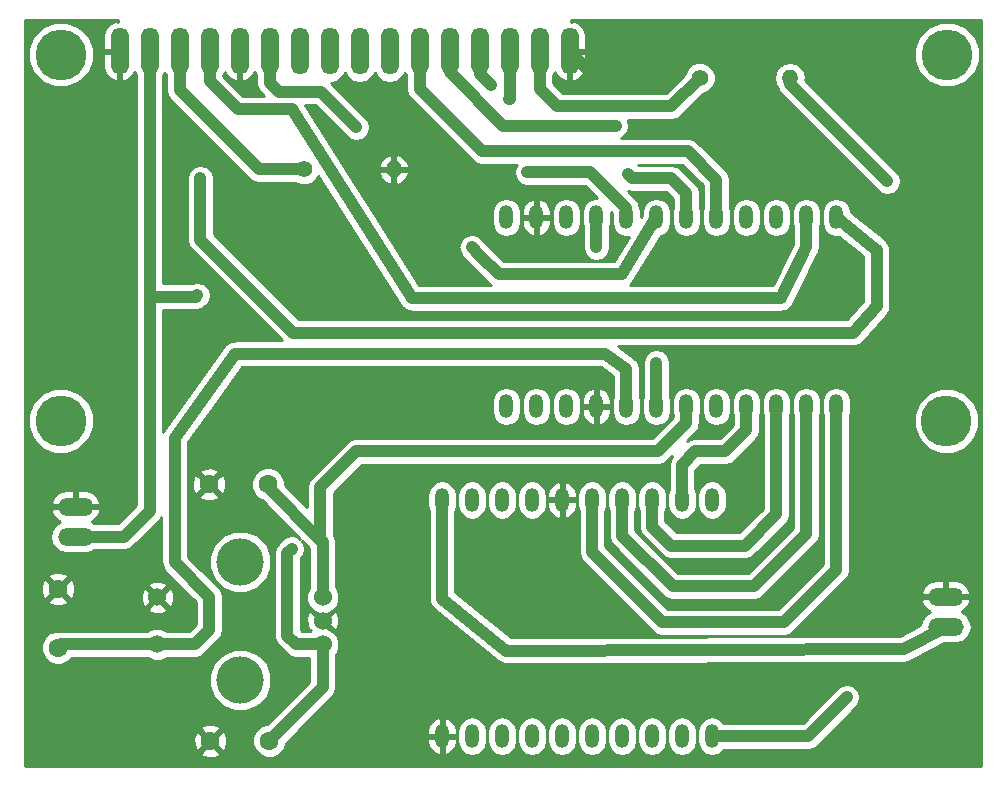
<source format=gbr>
G04 #@! TF.FileFunction,Copper,L1,Top,Signal*
%FSLAX46Y46*%
G04 Gerber Fmt 4.6, Leading zero omitted, Abs format (unit mm)*
G04 Created by KiCad (PCBNEW 4.0.4-stable) date 02/25/17 14:22:08*
%MOMM*%
%LPD*%
G01*
G04 APERTURE LIST*
%ADD10C,0.100000*%
%ADD11C,1.524000*%
%ADD12C,4.000000*%
%ADD13C,1.600000*%
%ADD14C,4.300220*%
%ADD15O,1.501140X4.000500*%
%ADD16O,3.010000X1.510000*%
%ADD17C,1.400000*%
%ADD18O,1.400000X1.400000*%
%ADD19O,1.200000X2.000000*%
%ADD20C,0.600000*%
%ADD21C,1.000000*%
%ADD22C,0.254000*%
G04 APERTURE END LIST*
D10*
D11*
X133175000Y-120745000D03*
X133175000Y-118745000D03*
X133175000Y-116745000D03*
D12*
X126175000Y-123745000D03*
X126175000Y-113745000D03*
D11*
X119175000Y-116745000D03*
X119175000Y-120745000D03*
D13*
X128651000Y-128905000D03*
X123651000Y-128905000D03*
X128524000Y-107188000D03*
X123524000Y-107188000D03*
X110744000Y-121031000D03*
X110744000Y-116031000D03*
D14*
X110980220Y-70797420D03*
X186029600Y-70797420D03*
X185978800Y-101798120D03*
X110980220Y-101798120D03*
D15*
X115978940Y-70497700D03*
X118518940Y-70497700D03*
X121058940Y-70497700D03*
X123598940Y-70497700D03*
X126138940Y-70497700D03*
X128678940Y-70497700D03*
X131218940Y-70497700D03*
X133758940Y-70497700D03*
X136298940Y-70497700D03*
X138838940Y-70497700D03*
X141378940Y-70497700D03*
X143918940Y-70497700D03*
X146458940Y-70497700D03*
X148998940Y-70497700D03*
X151538940Y-70497700D03*
X154078940Y-70497700D03*
D16*
X112268000Y-111633000D03*
X112268000Y-109093000D03*
X185928000Y-119253000D03*
X185928000Y-116713000D03*
D17*
X165100000Y-72771000D03*
D18*
X172720000Y-72771000D03*
D17*
X131572000Y-80518000D03*
D18*
X139192000Y-80518000D03*
D19*
X166132000Y-128507000D03*
X166132000Y-108507000D03*
X163592000Y-128507000D03*
X163592000Y-108507000D03*
X161052000Y-128507000D03*
X161052000Y-108507000D03*
X158512000Y-128507000D03*
X158512000Y-108507000D03*
X155972000Y-128507000D03*
X155972000Y-108507000D03*
X153432000Y-128507000D03*
X153432000Y-108507000D03*
X150892000Y-128507000D03*
X150892000Y-108507000D03*
X148352000Y-128507000D03*
X148352000Y-108507000D03*
X145812000Y-128507000D03*
X145812000Y-108507000D03*
X143272000Y-128507000D03*
X143272000Y-108507000D03*
X148717000Y-84583000D03*
X148717000Y-100583000D03*
X151257000Y-84583000D03*
X151257000Y-100583000D03*
X153797000Y-84583000D03*
X153797000Y-100583000D03*
X156337000Y-84583000D03*
X156337000Y-100583000D03*
X158877000Y-84583000D03*
X158877000Y-100583000D03*
X161417000Y-84583000D03*
X161417000Y-100583000D03*
X163957000Y-84583000D03*
X163957000Y-100583000D03*
X166497000Y-84583000D03*
X166497000Y-100583000D03*
X169037000Y-84583000D03*
X169037000Y-100583000D03*
X171577000Y-84583000D03*
X171577000Y-100583000D03*
X174117000Y-84583000D03*
X174117000Y-100583000D03*
X176657000Y-84583000D03*
X176657000Y-100583000D03*
D20*
X130556000Y-112649000D03*
X161417000Y-96901000D03*
X156464000Y-73025000D03*
X122555000Y-91186000D03*
X177546000Y-125222000D03*
X180975000Y-81534000D03*
X156337000Y-87122000D03*
X136017000Y-76962000D03*
X122809000Y-81280000D03*
X157988000Y-76835000D03*
X159004000Y-80899000D03*
X145796000Y-87122000D03*
X147447000Y-73406000D03*
X150495000Y-80772000D03*
X148971000Y-74549000D03*
D21*
X161417000Y-100583000D02*
X161417000Y-96901000D01*
X130905000Y-120745000D02*
X133175000Y-120745000D01*
X130175000Y-120015000D02*
X130905000Y-120745000D01*
X130175000Y-113030000D02*
X130175000Y-120015000D01*
X130556000Y-112649000D02*
X130175000Y-113030000D01*
X133175000Y-120745000D02*
X133175000Y-124381000D01*
X133175000Y-124381000D02*
X128651000Y-128905000D01*
X156451300Y-73037700D02*
X154078940Y-70497700D01*
X156464000Y-73025000D02*
X156451300Y-73037700D01*
X163957000Y-100583000D02*
X163957000Y-101981000D01*
X132969000Y-107442000D02*
X132969000Y-111887000D01*
X136017000Y-104394000D02*
X132969000Y-107442000D01*
X161544000Y-104394000D02*
X136017000Y-104394000D01*
X163957000Y-101981000D02*
X161544000Y-104394000D01*
X128524000Y-107188000D02*
X128524000Y-107442000D01*
X128524000Y-107442000D02*
X132969000Y-111887000D01*
X132969000Y-111887000D02*
X133175000Y-112093000D01*
X133175000Y-112093000D02*
X133175000Y-116745000D01*
X158877000Y-100583000D02*
X158877000Y-97409000D01*
X122333000Y-120745000D02*
X119175000Y-120745000D01*
X123571000Y-119507000D02*
X122333000Y-120745000D01*
X123571000Y-116713000D02*
X123571000Y-119507000D01*
X120650000Y-113792000D02*
X123571000Y-116713000D01*
X120650000Y-103251000D02*
X120650000Y-113792000D01*
X125730000Y-96139000D02*
X120650000Y-103251000D01*
X157099000Y-96139000D02*
X125730000Y-96139000D01*
X158877000Y-97409000D02*
X157099000Y-96139000D01*
X119175000Y-120745000D02*
X111030000Y-120745000D01*
X111030000Y-120745000D02*
X110744000Y-121031000D01*
X122428000Y-91313000D02*
X118518940Y-91313000D01*
X122555000Y-91186000D02*
X122428000Y-91313000D01*
X166132000Y-128507000D02*
X174261000Y-128507000D01*
X174261000Y-128507000D02*
X177546000Y-125222000D01*
X118518940Y-70497700D02*
X118518940Y-91313000D01*
X118518940Y-91313000D02*
X118518940Y-109446060D01*
X118518940Y-109446060D02*
X116332000Y-111633000D01*
X116332000Y-111633000D02*
X112268000Y-111633000D01*
X156337000Y-84583000D02*
X156337000Y-87122000D01*
X180975000Y-81534000D02*
X172720000Y-73279000D01*
X172720000Y-73279000D02*
X172720000Y-72771000D01*
X156337000Y-84583000D02*
X156337000Y-85113998D01*
X121058940Y-70497700D02*
X121058940Y-73814940D01*
X127762000Y-80518000D02*
X131572000Y-80518000D01*
X121058940Y-73814940D02*
X127762000Y-80518000D01*
X174117000Y-84583000D02*
X174117000Y-87122000D01*
X123598940Y-73052940D02*
X123598940Y-70497700D01*
X125984000Y-75438000D02*
X123598940Y-73052940D01*
X130556000Y-75438000D02*
X125984000Y-75438000D01*
X140716000Y-91440000D02*
X130556000Y-75438000D01*
X171958000Y-91440000D02*
X140716000Y-91440000D01*
X174117000Y-87122000D02*
X171958000Y-91440000D01*
X176657000Y-84583000D02*
X179959000Y-87249000D01*
X128678940Y-73179940D02*
X128678940Y-70497700D01*
X129436998Y-73937998D02*
X128678940Y-73179940D01*
X132992998Y-73937998D02*
X129436998Y-73937998D01*
X136017000Y-76962000D02*
X132992998Y-73937998D01*
X122809000Y-86487000D02*
X122809000Y-81280000D01*
X130683000Y-94361000D02*
X122809000Y-86487000D01*
X178054000Y-94361000D02*
X130683000Y-94361000D01*
X180086000Y-92075000D02*
X178054000Y-94361000D01*
X180085000Y-87375000D02*
X180086000Y-92075000D01*
X179959000Y-87249000D02*
X180085000Y-87375000D01*
X141378940Y-70497700D02*
X141378940Y-73687940D01*
X166497000Y-81407000D02*
X166497000Y-84583000D01*
X164084000Y-78994000D02*
X166497000Y-81407000D01*
X146685000Y-78994000D02*
X164084000Y-78994000D01*
X141378940Y-73687940D02*
X146685000Y-78994000D01*
X143918940Y-70497700D02*
X143918940Y-72290940D01*
X143918940Y-72290940D02*
X148463000Y-76835000D01*
X148463000Y-76835000D02*
X157988000Y-76835000D01*
X159004000Y-80899000D02*
X159385000Y-81280000D01*
X159385000Y-81280000D02*
X162687000Y-81280000D01*
X162687000Y-81280000D02*
X163957000Y-82550000D01*
X163957000Y-82550000D02*
X163957000Y-84583000D01*
X158496000Y-89408000D02*
X161417000Y-84583000D01*
X148082000Y-89408000D02*
X158496000Y-89408000D01*
X146431000Y-87757000D02*
X148082000Y-89408000D01*
X145796000Y-87122000D02*
X146431000Y-87757000D01*
X146458940Y-72417940D02*
X147447000Y-73406000D01*
X146458940Y-70497700D02*
X146458940Y-72417940D01*
X158877000Y-84583000D02*
X158877000Y-83820000D01*
X158877000Y-83820000D02*
X155829000Y-80772000D01*
X155829000Y-80772000D02*
X150495000Y-80772000D01*
X148971000Y-74549000D02*
X148998940Y-74521060D01*
X148998940Y-74521060D02*
X148998940Y-70497700D01*
X151538940Y-70497700D02*
X151538940Y-73687940D01*
X162687000Y-75184000D02*
X165100000Y-72771000D01*
X153035000Y-75184000D02*
X162687000Y-75184000D01*
X151538940Y-73687940D02*
X153035000Y-75184000D01*
X143272000Y-108507000D02*
X143272000Y-116856000D01*
X182372000Y-121158000D02*
X185928000Y-119253000D01*
X148717000Y-121285000D02*
X182372000Y-121158000D01*
X143272000Y-116856000D02*
X148717000Y-121285000D01*
X169037000Y-100583000D02*
X169037000Y-102616000D01*
X163592000Y-105521000D02*
X163592000Y-108507000D01*
X164719000Y-104394000D02*
X163592000Y-105521000D01*
X167259000Y-104394000D02*
X164719000Y-104394000D01*
X169037000Y-102616000D02*
X167259000Y-104394000D01*
X171577000Y-100583000D02*
X171577000Y-109728000D01*
X161052000Y-110760000D02*
X161052000Y-108507000D01*
X162687000Y-112395000D02*
X161052000Y-110760000D01*
X168910000Y-112395000D02*
X162687000Y-112395000D01*
X171577000Y-109728000D02*
X168910000Y-112395000D01*
X158512000Y-108507000D02*
X158512000Y-111522000D01*
X174117000Y-111379000D02*
X174117000Y-100583000D01*
X169672000Y-115824000D02*
X174117000Y-111379000D01*
X162814000Y-115824000D02*
X169672000Y-115824000D01*
X158512000Y-111522000D02*
X162814000Y-115824000D01*
X176657000Y-100583000D02*
X176657000Y-114427000D01*
X155972000Y-112919000D02*
X155972000Y-108507000D01*
X161925000Y-118872000D02*
X155972000Y-112919000D01*
X172212000Y-118872000D02*
X161925000Y-118872000D01*
X176657000Y-114427000D02*
X172212000Y-118872000D01*
D22*
G36*
X115851938Y-68027790D02*
X115637665Y-67905137D01*
X115566037Y-67919320D01*
X115088996Y-68178472D01*
X114747441Y-68600453D01*
X114593370Y-69121020D01*
X114593370Y-70370700D01*
X115851940Y-70370700D01*
X115851940Y-70350700D01*
X116105940Y-70350700D01*
X116105940Y-70370700D01*
X116125940Y-70370700D01*
X116125940Y-70624700D01*
X116105940Y-70624700D01*
X116105940Y-72967609D01*
X116320215Y-73090263D01*
X116391843Y-73076080D01*
X116868884Y-72816928D01*
X117210439Y-72394947D01*
X117235241Y-72311148D01*
X117238840Y-72329243D01*
X117383940Y-72546400D01*
X117383940Y-108975928D01*
X115861868Y-110498000D01*
X113815137Y-110498000D01*
X113594013Y-110350249D01*
X113667263Y-110328592D01*
X114090681Y-109986076D01*
X114350793Y-109507597D01*
X114365277Y-109434971D01*
X114242683Y-109220000D01*
X112395000Y-109220000D01*
X112395000Y-109240000D01*
X112141000Y-109240000D01*
X112141000Y-109220000D01*
X110293317Y-109220000D01*
X110170723Y-109434971D01*
X110185207Y-109507597D01*
X110445319Y-109986076D01*
X110868737Y-110328592D01*
X110941987Y-110350249D01*
X110493197Y-110650122D01*
X110191882Y-111101070D01*
X110086075Y-111633000D01*
X110191882Y-112164930D01*
X110493197Y-112615878D01*
X110944145Y-112917193D01*
X111476075Y-113023000D01*
X113059925Y-113023000D01*
X113591855Y-112917193D01*
X113815137Y-112768000D01*
X116332000Y-112768000D01*
X116766346Y-112681603D01*
X117134566Y-112435566D01*
X119321506Y-110248626D01*
X119371348Y-110174032D01*
X119515000Y-109959042D01*
X119515000Y-113792000D01*
X119601397Y-114226346D01*
X119735470Y-114427000D01*
X119847434Y-114594566D01*
X122436000Y-117183132D01*
X122436000Y-119036868D01*
X121862868Y-119610000D01*
X120015914Y-119610000D01*
X119967370Y-119561371D01*
X119454100Y-119348243D01*
X118898339Y-119347758D01*
X118384697Y-119559990D01*
X118334600Y-119610000D01*
X111063805Y-119610000D01*
X111030691Y-119596250D01*
X110459813Y-119595752D01*
X109932200Y-119813757D01*
X109528176Y-120217077D01*
X109309250Y-120744309D01*
X109308752Y-121315187D01*
X109526757Y-121842800D01*
X109930077Y-122246824D01*
X110457309Y-122465750D01*
X111028187Y-122466248D01*
X111555800Y-122248243D01*
X111924686Y-121880000D01*
X118334086Y-121880000D01*
X118382630Y-121928629D01*
X118895900Y-122141757D01*
X119451661Y-122142242D01*
X119965303Y-121930010D01*
X120015400Y-121880000D01*
X122333000Y-121880000D01*
X122767346Y-121793603D01*
X123135566Y-121547566D01*
X124373566Y-120309566D01*
X124619603Y-119941346D01*
X124650716Y-119784930D01*
X124706000Y-119507000D01*
X124706000Y-116713000D01*
X124619603Y-116278654D01*
X124373566Y-115910434D01*
X122729966Y-114266834D01*
X123539543Y-114266834D01*
X123939853Y-115235658D01*
X124680443Y-115977542D01*
X125648567Y-116379542D01*
X126696834Y-116380457D01*
X127665658Y-115980147D01*
X128407542Y-115239557D01*
X128809542Y-114271433D01*
X128810457Y-113223166D01*
X128410147Y-112254342D01*
X127669557Y-111512458D01*
X126701433Y-111110458D01*
X125653166Y-111109543D01*
X124684342Y-111509853D01*
X123942458Y-112250443D01*
X123540458Y-113218567D01*
X123539543Y-114266834D01*
X122729966Y-114266834D01*
X121785000Y-113321868D01*
X121785000Y-108195745D01*
X122695861Y-108195745D01*
X122769995Y-108441864D01*
X123307223Y-108634965D01*
X123877454Y-108607778D01*
X124278005Y-108441864D01*
X124352139Y-108195745D01*
X123524000Y-107367605D01*
X122695861Y-108195745D01*
X121785000Y-108195745D01*
X121785000Y-106971223D01*
X122077035Y-106971223D01*
X122104222Y-107541454D01*
X122270136Y-107942005D01*
X122516255Y-108016139D01*
X123344395Y-107188000D01*
X123703605Y-107188000D01*
X124531745Y-108016139D01*
X124777864Y-107942005D01*
X124946735Y-107472187D01*
X127088752Y-107472187D01*
X127306757Y-107999800D01*
X127710077Y-108403824D01*
X128001845Y-108524977D01*
X131252292Y-111775424D01*
X130990345Y-111600397D01*
X130556000Y-111514001D01*
X130121654Y-111600397D01*
X129753434Y-111846434D01*
X129372434Y-112227434D01*
X129126397Y-112595654D01*
X129040000Y-113030000D01*
X129040000Y-120015000D01*
X129126397Y-120449346D01*
X129255793Y-120643000D01*
X129372434Y-120817566D01*
X130102434Y-121547566D01*
X130470654Y-121793603D01*
X130905000Y-121880000D01*
X132040000Y-121880000D01*
X132040000Y-123910868D01*
X128481016Y-127469852D01*
X128366813Y-127469752D01*
X127839200Y-127687757D01*
X127435176Y-128091077D01*
X127216250Y-128618309D01*
X127215752Y-129189187D01*
X127433757Y-129716800D01*
X127837077Y-130120824D01*
X128364309Y-130339750D01*
X128935187Y-130340248D01*
X129462800Y-130122243D01*
X129866824Y-129718923D01*
X130085750Y-129191691D01*
X130085852Y-129075280D01*
X130527132Y-128634000D01*
X142037000Y-128634000D01*
X142037000Y-129034000D01*
X142179610Y-129496947D01*
X142488526Y-129870080D01*
X142916719Y-130096592D01*
X142954391Y-130100462D01*
X143145000Y-129975731D01*
X143145000Y-128634000D01*
X143399000Y-128634000D01*
X143399000Y-129975731D01*
X143589609Y-130100462D01*
X143627281Y-130096592D01*
X144055474Y-129870080D01*
X144364390Y-129496947D01*
X144507000Y-129034000D01*
X144507000Y-128634000D01*
X143399000Y-128634000D01*
X143145000Y-128634000D01*
X142037000Y-128634000D01*
X130527132Y-128634000D01*
X131181132Y-127980000D01*
X142037000Y-127980000D01*
X142037000Y-128380000D01*
X143145000Y-128380000D01*
X143145000Y-127038269D01*
X143399000Y-127038269D01*
X143399000Y-128380000D01*
X144507000Y-128380000D01*
X144507000Y-128074968D01*
X144577000Y-128074968D01*
X144577000Y-128939032D01*
X144671009Y-129411646D01*
X144938723Y-129812309D01*
X145339386Y-130080023D01*
X145812000Y-130174032D01*
X146284614Y-130080023D01*
X146685277Y-129812309D01*
X146952991Y-129411646D01*
X147047000Y-128939032D01*
X147047000Y-128074968D01*
X147117000Y-128074968D01*
X147117000Y-128939032D01*
X147211009Y-129411646D01*
X147478723Y-129812309D01*
X147879386Y-130080023D01*
X148352000Y-130174032D01*
X148824614Y-130080023D01*
X149225277Y-129812309D01*
X149492991Y-129411646D01*
X149587000Y-128939032D01*
X149587000Y-128074968D01*
X149657000Y-128074968D01*
X149657000Y-128939032D01*
X149751009Y-129411646D01*
X150018723Y-129812309D01*
X150419386Y-130080023D01*
X150892000Y-130174032D01*
X151364614Y-130080023D01*
X151765277Y-129812309D01*
X152032991Y-129411646D01*
X152127000Y-128939032D01*
X152127000Y-128074968D01*
X152197000Y-128074968D01*
X152197000Y-128939032D01*
X152291009Y-129411646D01*
X152558723Y-129812309D01*
X152959386Y-130080023D01*
X153432000Y-130174032D01*
X153904614Y-130080023D01*
X154305277Y-129812309D01*
X154572991Y-129411646D01*
X154667000Y-128939032D01*
X154667000Y-128074968D01*
X154737000Y-128074968D01*
X154737000Y-128939032D01*
X154831009Y-129411646D01*
X155098723Y-129812309D01*
X155499386Y-130080023D01*
X155972000Y-130174032D01*
X156444614Y-130080023D01*
X156845277Y-129812309D01*
X157112991Y-129411646D01*
X157207000Y-128939032D01*
X157207000Y-128074968D01*
X157277000Y-128074968D01*
X157277000Y-128939032D01*
X157371009Y-129411646D01*
X157638723Y-129812309D01*
X158039386Y-130080023D01*
X158512000Y-130174032D01*
X158984614Y-130080023D01*
X159385277Y-129812309D01*
X159652991Y-129411646D01*
X159747000Y-128939032D01*
X159747000Y-128074968D01*
X159817000Y-128074968D01*
X159817000Y-128939032D01*
X159911009Y-129411646D01*
X160178723Y-129812309D01*
X160579386Y-130080023D01*
X161052000Y-130174032D01*
X161524614Y-130080023D01*
X161925277Y-129812309D01*
X162192991Y-129411646D01*
X162287000Y-128939032D01*
X162287000Y-128074968D01*
X162357000Y-128074968D01*
X162357000Y-128939032D01*
X162451009Y-129411646D01*
X162718723Y-129812309D01*
X163119386Y-130080023D01*
X163592000Y-130174032D01*
X164064614Y-130080023D01*
X164465277Y-129812309D01*
X164732991Y-129411646D01*
X164827000Y-128939032D01*
X164827000Y-128074968D01*
X164897000Y-128074968D01*
X164897000Y-128939032D01*
X164991009Y-129411646D01*
X165258723Y-129812309D01*
X165659386Y-130080023D01*
X166132000Y-130174032D01*
X166604614Y-130080023D01*
X167005277Y-129812309D01*
X167119074Y-129642000D01*
X174261000Y-129642000D01*
X174695346Y-129555603D01*
X175063566Y-129309566D01*
X178348567Y-126024566D01*
X178594604Y-125656345D01*
X178681000Y-125222000D01*
X178594604Y-124787654D01*
X178348567Y-124419433D01*
X177980346Y-124173396D01*
X177546000Y-124087000D01*
X177111655Y-124173396D01*
X176743434Y-124419433D01*
X173790868Y-127372000D01*
X167119074Y-127372000D01*
X167005277Y-127201691D01*
X166604614Y-126933977D01*
X166132000Y-126839968D01*
X165659386Y-126933977D01*
X165258723Y-127201691D01*
X164991009Y-127602354D01*
X164897000Y-128074968D01*
X164827000Y-128074968D01*
X164732991Y-127602354D01*
X164465277Y-127201691D01*
X164064614Y-126933977D01*
X163592000Y-126839968D01*
X163119386Y-126933977D01*
X162718723Y-127201691D01*
X162451009Y-127602354D01*
X162357000Y-128074968D01*
X162287000Y-128074968D01*
X162192991Y-127602354D01*
X161925277Y-127201691D01*
X161524614Y-126933977D01*
X161052000Y-126839968D01*
X160579386Y-126933977D01*
X160178723Y-127201691D01*
X159911009Y-127602354D01*
X159817000Y-128074968D01*
X159747000Y-128074968D01*
X159652991Y-127602354D01*
X159385277Y-127201691D01*
X158984614Y-126933977D01*
X158512000Y-126839968D01*
X158039386Y-126933977D01*
X157638723Y-127201691D01*
X157371009Y-127602354D01*
X157277000Y-128074968D01*
X157207000Y-128074968D01*
X157112991Y-127602354D01*
X156845277Y-127201691D01*
X156444614Y-126933977D01*
X155972000Y-126839968D01*
X155499386Y-126933977D01*
X155098723Y-127201691D01*
X154831009Y-127602354D01*
X154737000Y-128074968D01*
X154667000Y-128074968D01*
X154572991Y-127602354D01*
X154305277Y-127201691D01*
X153904614Y-126933977D01*
X153432000Y-126839968D01*
X152959386Y-126933977D01*
X152558723Y-127201691D01*
X152291009Y-127602354D01*
X152197000Y-128074968D01*
X152127000Y-128074968D01*
X152032991Y-127602354D01*
X151765277Y-127201691D01*
X151364614Y-126933977D01*
X150892000Y-126839968D01*
X150419386Y-126933977D01*
X150018723Y-127201691D01*
X149751009Y-127602354D01*
X149657000Y-128074968D01*
X149587000Y-128074968D01*
X149492991Y-127602354D01*
X149225277Y-127201691D01*
X148824614Y-126933977D01*
X148352000Y-126839968D01*
X147879386Y-126933977D01*
X147478723Y-127201691D01*
X147211009Y-127602354D01*
X147117000Y-128074968D01*
X147047000Y-128074968D01*
X146952991Y-127602354D01*
X146685277Y-127201691D01*
X146284614Y-126933977D01*
X145812000Y-126839968D01*
X145339386Y-126933977D01*
X144938723Y-127201691D01*
X144671009Y-127602354D01*
X144577000Y-128074968D01*
X144507000Y-128074968D01*
X144507000Y-127980000D01*
X144364390Y-127517053D01*
X144055474Y-127143920D01*
X143627281Y-126917408D01*
X143589609Y-126913538D01*
X143399000Y-127038269D01*
X143145000Y-127038269D01*
X142954391Y-126913538D01*
X142916719Y-126917408D01*
X142488526Y-127143920D01*
X142179610Y-127517053D01*
X142037000Y-127980000D01*
X131181132Y-127980000D01*
X133977566Y-125183566D01*
X134076700Y-125035201D01*
X134223603Y-124815346D01*
X134310000Y-124381000D01*
X134310000Y-121585914D01*
X134358629Y-121537370D01*
X134571757Y-121024100D01*
X134572242Y-120468339D01*
X134360010Y-119954697D01*
X133967370Y-119561371D01*
X133701273Y-119450878D01*
X133175000Y-118924605D01*
X133160858Y-118938748D01*
X132981253Y-118759143D01*
X132995395Y-118745000D01*
X133354605Y-118745000D01*
X134155213Y-119545608D01*
X134397397Y-119476143D01*
X134584144Y-118952698D01*
X134556362Y-118397632D01*
X134397397Y-118013857D01*
X134155213Y-117944392D01*
X133354605Y-118745000D01*
X132995395Y-118745000D01*
X132194787Y-117944392D01*
X131952603Y-118013857D01*
X131765856Y-118537302D01*
X131793638Y-119092368D01*
X131952603Y-119476143D01*
X132194785Y-119545607D01*
X132130392Y-119610000D01*
X131375132Y-119610000D01*
X131310000Y-119544868D01*
X131310000Y-113500132D01*
X131358566Y-113451566D01*
X131604603Y-113083346D01*
X131690999Y-112649000D01*
X131604603Y-112214655D01*
X131429576Y-111952708D01*
X132040000Y-112563132D01*
X132040000Y-115904086D01*
X131991371Y-115952630D01*
X131778243Y-116465900D01*
X131777758Y-117021661D01*
X131989990Y-117535303D01*
X132382630Y-117928629D01*
X132648727Y-118039122D01*
X133175000Y-118565395D01*
X133701302Y-118039093D01*
X133965303Y-117930010D01*
X134358629Y-117537370D01*
X134571757Y-117024100D01*
X134572242Y-116468339D01*
X134360010Y-115954697D01*
X134310000Y-115904600D01*
X134310000Y-112093000D01*
X134223603Y-111658654D01*
X134104000Y-111479656D01*
X134104000Y-108074968D01*
X142037000Y-108074968D01*
X142037000Y-108939032D01*
X142131009Y-109411646D01*
X142137000Y-109420612D01*
X142137000Y-116856000D01*
X142148467Y-116913651D01*
X142142961Y-116972174D01*
X142191343Y-117129198D01*
X142223397Y-117290346D01*
X142256054Y-117339220D01*
X142273362Y-117395395D01*
X142378149Y-117521949D01*
X142469434Y-117658566D01*
X142518310Y-117691224D01*
X142555797Y-117736498D01*
X148000797Y-122165499D01*
X148147899Y-122243304D01*
X148286614Y-122335235D01*
X148342203Y-122346074D01*
X148392267Y-122372554D01*
X148557948Y-122388143D01*
X148721283Y-122419992D01*
X182376283Y-122292992D01*
X182429878Y-122282121D01*
X182484305Y-122287430D01*
X182645332Y-122238419D01*
X182810300Y-122204957D01*
X182855656Y-122174403D01*
X182907971Y-122158480D01*
X185736868Y-120643000D01*
X186719925Y-120643000D01*
X187251855Y-120537193D01*
X187702803Y-120235878D01*
X188004118Y-119784930D01*
X188109925Y-119253000D01*
X188004118Y-118721070D01*
X187702803Y-118270122D01*
X187254013Y-117970249D01*
X187327263Y-117948592D01*
X187750681Y-117606076D01*
X188010793Y-117127597D01*
X188025277Y-117054971D01*
X187902683Y-116840000D01*
X186055000Y-116840000D01*
X186055000Y-116860000D01*
X185801000Y-116860000D01*
X185801000Y-116840000D01*
X183953317Y-116840000D01*
X183830723Y-117054971D01*
X183845207Y-117127597D01*
X184105319Y-117606076D01*
X184528737Y-117948592D01*
X184601987Y-117970249D01*
X184153197Y-118270122D01*
X183851882Y-118721070D01*
X183772506Y-119120122D01*
X182085127Y-120024074D01*
X149118447Y-120148477D01*
X144407000Y-116316154D01*
X144407000Y-109420612D01*
X144412991Y-109411646D01*
X144507000Y-108939032D01*
X144507000Y-108074968D01*
X144577000Y-108074968D01*
X144577000Y-108939032D01*
X144671009Y-109411646D01*
X144938723Y-109812309D01*
X145339386Y-110080023D01*
X145812000Y-110174032D01*
X146284614Y-110080023D01*
X146685277Y-109812309D01*
X146952991Y-109411646D01*
X147047000Y-108939032D01*
X147047000Y-108074968D01*
X147117000Y-108074968D01*
X147117000Y-108939032D01*
X147211009Y-109411646D01*
X147478723Y-109812309D01*
X147879386Y-110080023D01*
X148352000Y-110174032D01*
X148824614Y-110080023D01*
X149225277Y-109812309D01*
X149492991Y-109411646D01*
X149587000Y-108939032D01*
X149587000Y-108074968D01*
X149657000Y-108074968D01*
X149657000Y-108939032D01*
X149751009Y-109411646D01*
X150018723Y-109812309D01*
X150419386Y-110080023D01*
X150892000Y-110174032D01*
X151364614Y-110080023D01*
X151765277Y-109812309D01*
X152032991Y-109411646D01*
X152127000Y-108939032D01*
X152127000Y-108634000D01*
X152197000Y-108634000D01*
X152197000Y-109034000D01*
X152339610Y-109496947D01*
X152648526Y-109870080D01*
X153076719Y-110096592D01*
X153114391Y-110100462D01*
X153305000Y-109975731D01*
X153305000Y-108634000D01*
X153559000Y-108634000D01*
X153559000Y-109975731D01*
X153749609Y-110100462D01*
X153787281Y-110096592D01*
X154215474Y-109870080D01*
X154524390Y-109496947D01*
X154667000Y-109034000D01*
X154667000Y-108634000D01*
X153559000Y-108634000D01*
X153305000Y-108634000D01*
X152197000Y-108634000D01*
X152127000Y-108634000D01*
X152127000Y-108074968D01*
X152108110Y-107980000D01*
X152197000Y-107980000D01*
X152197000Y-108380000D01*
X153305000Y-108380000D01*
X153305000Y-107038269D01*
X153559000Y-107038269D01*
X153559000Y-108380000D01*
X154667000Y-108380000D01*
X154667000Y-108074968D01*
X154737000Y-108074968D01*
X154737000Y-108939032D01*
X154831009Y-109411646D01*
X154837000Y-109420612D01*
X154837000Y-112919000D01*
X154923397Y-113353346D01*
X155169434Y-113721566D01*
X161122434Y-119674566D01*
X161490654Y-119920603D01*
X161925000Y-120007000D01*
X172212000Y-120007000D01*
X172646346Y-119920603D01*
X173014566Y-119674566D01*
X176318103Y-116371029D01*
X183830723Y-116371029D01*
X183953317Y-116586000D01*
X185801000Y-116586000D01*
X185801000Y-115323000D01*
X186055000Y-115323000D01*
X186055000Y-116586000D01*
X187902683Y-116586000D01*
X188025277Y-116371029D01*
X188010793Y-116298403D01*
X187750681Y-115819924D01*
X187327263Y-115477408D01*
X186805000Y-115323000D01*
X186055000Y-115323000D01*
X185801000Y-115323000D01*
X185051000Y-115323000D01*
X184528737Y-115477408D01*
X184105319Y-115819924D01*
X183845207Y-116298403D01*
X183830723Y-116371029D01*
X176318103Y-116371029D01*
X177459566Y-115229566D01*
X177477410Y-115202861D01*
X177705603Y-114861346D01*
X177792000Y-114427000D01*
X177792000Y-102349682D01*
X183193207Y-102349682D01*
X183616322Y-103373697D01*
X184399102Y-104157845D01*
X185422377Y-104582746D01*
X186530362Y-104583713D01*
X187554377Y-104160598D01*
X188338525Y-103377818D01*
X188763426Y-102354543D01*
X188764393Y-101246558D01*
X188341278Y-100222543D01*
X187558498Y-99438395D01*
X186535223Y-99013494D01*
X185427238Y-99012527D01*
X184403223Y-99435642D01*
X183619075Y-100218422D01*
X183194174Y-101241697D01*
X183193207Y-102349682D01*
X177792000Y-102349682D01*
X177792000Y-101496612D01*
X177797991Y-101487646D01*
X177892000Y-101015032D01*
X177892000Y-100150968D01*
X177797991Y-99678354D01*
X177530277Y-99277691D01*
X177129614Y-99009977D01*
X176657000Y-98915968D01*
X176184386Y-99009977D01*
X175783723Y-99277691D01*
X175516009Y-99678354D01*
X175422000Y-100150968D01*
X175422000Y-101015032D01*
X175516009Y-101487646D01*
X175522000Y-101496612D01*
X175522000Y-113956868D01*
X171741868Y-117737000D01*
X162395132Y-117737000D01*
X157107000Y-112448868D01*
X157107000Y-109420612D01*
X157112991Y-109411646D01*
X157207000Y-108939032D01*
X157207000Y-108074968D01*
X157277000Y-108074968D01*
X157277000Y-108939032D01*
X157371009Y-109411646D01*
X157377000Y-109420612D01*
X157377000Y-111522000D01*
X157463397Y-111956346D01*
X157659907Y-112250443D01*
X157709434Y-112324566D01*
X162011434Y-116626566D01*
X162379654Y-116872603D01*
X162814000Y-116959000D01*
X169672000Y-116959000D01*
X170106346Y-116872603D01*
X170474566Y-116626566D01*
X174919566Y-112181566D01*
X174995886Y-112067345D01*
X175165603Y-111813346D01*
X175252000Y-111379000D01*
X175252000Y-101496612D01*
X175257991Y-101487646D01*
X175352000Y-101015032D01*
X175352000Y-100150968D01*
X175257991Y-99678354D01*
X174990277Y-99277691D01*
X174589614Y-99009977D01*
X174117000Y-98915968D01*
X173644386Y-99009977D01*
X173243723Y-99277691D01*
X172976009Y-99678354D01*
X172882000Y-100150968D01*
X172882000Y-101015032D01*
X172976009Y-101487646D01*
X172982000Y-101496612D01*
X172982000Y-110908868D01*
X169201868Y-114689000D01*
X163284132Y-114689000D01*
X159647000Y-111051868D01*
X159647000Y-109420612D01*
X159652991Y-109411646D01*
X159747000Y-108939032D01*
X159747000Y-108074968D01*
X159817000Y-108074968D01*
X159817000Y-108939032D01*
X159911009Y-109411646D01*
X159917000Y-109420612D01*
X159917000Y-110760000D01*
X160003397Y-111194346D01*
X160126779Y-111379000D01*
X160249434Y-111562566D01*
X161884434Y-113197566D01*
X162252654Y-113443603D01*
X162687000Y-113530000D01*
X168910000Y-113530000D01*
X169344346Y-113443603D01*
X169712566Y-113197566D01*
X172379567Y-110530566D01*
X172625604Y-110162345D01*
X172712000Y-109728000D01*
X172712000Y-101496612D01*
X172717991Y-101487646D01*
X172812000Y-101015032D01*
X172812000Y-100150968D01*
X172717991Y-99678354D01*
X172450277Y-99277691D01*
X172049614Y-99009977D01*
X171577000Y-98915968D01*
X171104386Y-99009977D01*
X170703723Y-99277691D01*
X170436009Y-99678354D01*
X170342000Y-100150968D01*
X170342000Y-101015032D01*
X170436009Y-101487646D01*
X170442000Y-101496612D01*
X170442000Y-109257867D01*
X168439868Y-111260000D01*
X163157132Y-111260000D01*
X162187000Y-110289868D01*
X162187000Y-109420612D01*
X162192991Y-109411646D01*
X162287000Y-108939032D01*
X162287000Y-108074968D01*
X162192991Y-107602354D01*
X161925277Y-107201691D01*
X161524614Y-106933977D01*
X161052000Y-106839968D01*
X160579386Y-106933977D01*
X160178723Y-107201691D01*
X159911009Y-107602354D01*
X159817000Y-108074968D01*
X159747000Y-108074968D01*
X159652991Y-107602354D01*
X159385277Y-107201691D01*
X158984614Y-106933977D01*
X158512000Y-106839968D01*
X158039386Y-106933977D01*
X157638723Y-107201691D01*
X157371009Y-107602354D01*
X157277000Y-108074968D01*
X157207000Y-108074968D01*
X157112991Y-107602354D01*
X156845277Y-107201691D01*
X156444614Y-106933977D01*
X155972000Y-106839968D01*
X155499386Y-106933977D01*
X155098723Y-107201691D01*
X154831009Y-107602354D01*
X154737000Y-108074968D01*
X154667000Y-108074968D01*
X154667000Y-107980000D01*
X154524390Y-107517053D01*
X154215474Y-107143920D01*
X153787281Y-106917408D01*
X153749609Y-106913538D01*
X153559000Y-107038269D01*
X153305000Y-107038269D01*
X153114391Y-106913538D01*
X153076719Y-106917408D01*
X152648526Y-107143920D01*
X152339610Y-107517053D01*
X152197000Y-107980000D01*
X152108110Y-107980000D01*
X152032991Y-107602354D01*
X151765277Y-107201691D01*
X151364614Y-106933977D01*
X150892000Y-106839968D01*
X150419386Y-106933977D01*
X150018723Y-107201691D01*
X149751009Y-107602354D01*
X149657000Y-108074968D01*
X149587000Y-108074968D01*
X149492991Y-107602354D01*
X149225277Y-107201691D01*
X148824614Y-106933977D01*
X148352000Y-106839968D01*
X147879386Y-106933977D01*
X147478723Y-107201691D01*
X147211009Y-107602354D01*
X147117000Y-108074968D01*
X147047000Y-108074968D01*
X146952991Y-107602354D01*
X146685277Y-107201691D01*
X146284614Y-106933977D01*
X145812000Y-106839968D01*
X145339386Y-106933977D01*
X144938723Y-107201691D01*
X144671009Y-107602354D01*
X144577000Y-108074968D01*
X144507000Y-108074968D01*
X144412991Y-107602354D01*
X144145277Y-107201691D01*
X143744614Y-106933977D01*
X143272000Y-106839968D01*
X142799386Y-106933977D01*
X142398723Y-107201691D01*
X142131009Y-107602354D01*
X142037000Y-108074968D01*
X134104000Y-108074968D01*
X134104000Y-107912132D01*
X136487132Y-105529000D01*
X161544000Y-105529000D01*
X161978346Y-105442603D01*
X162346566Y-105196566D01*
X162718424Y-104824708D01*
X162543397Y-105086654D01*
X162457000Y-105521000D01*
X162457000Y-107593388D01*
X162451009Y-107602354D01*
X162357000Y-108074968D01*
X162357000Y-108939032D01*
X162451009Y-109411646D01*
X162718723Y-109812309D01*
X163119386Y-110080023D01*
X163592000Y-110174032D01*
X164064614Y-110080023D01*
X164465277Y-109812309D01*
X164732991Y-109411646D01*
X164827000Y-108939032D01*
X164827000Y-108074968D01*
X164897000Y-108074968D01*
X164897000Y-108939032D01*
X164991009Y-109411646D01*
X165258723Y-109812309D01*
X165659386Y-110080023D01*
X166132000Y-110174032D01*
X166604614Y-110080023D01*
X167005277Y-109812309D01*
X167272991Y-109411646D01*
X167367000Y-108939032D01*
X167367000Y-108074968D01*
X167272991Y-107602354D01*
X167005277Y-107201691D01*
X166604614Y-106933977D01*
X166132000Y-106839968D01*
X165659386Y-106933977D01*
X165258723Y-107201691D01*
X164991009Y-107602354D01*
X164897000Y-108074968D01*
X164827000Y-108074968D01*
X164732991Y-107602354D01*
X164727000Y-107593388D01*
X164727000Y-105991132D01*
X165189132Y-105529000D01*
X167259000Y-105529000D01*
X167693346Y-105442603D01*
X168061566Y-105196566D01*
X169839566Y-103418566D01*
X169866793Y-103377818D01*
X170085603Y-103050346D01*
X170172000Y-102616000D01*
X170172000Y-101496612D01*
X170177991Y-101487646D01*
X170272000Y-101015032D01*
X170272000Y-100150968D01*
X170177991Y-99678354D01*
X169910277Y-99277691D01*
X169509614Y-99009977D01*
X169037000Y-98915968D01*
X168564386Y-99009977D01*
X168163723Y-99277691D01*
X167896009Y-99678354D01*
X167802000Y-100150968D01*
X167802000Y-101015032D01*
X167896009Y-101487646D01*
X167902000Y-101496612D01*
X167902000Y-102145868D01*
X166788868Y-103259000D01*
X164719000Y-103259000D01*
X164284655Y-103345396D01*
X164022709Y-103520423D01*
X164759566Y-102783566D01*
X165005603Y-102415346D01*
X165053120Y-102176462D01*
X165092000Y-101981000D01*
X165092000Y-101496612D01*
X165097991Y-101487646D01*
X165192000Y-101015032D01*
X165192000Y-100150968D01*
X165262000Y-100150968D01*
X165262000Y-101015032D01*
X165356009Y-101487646D01*
X165623723Y-101888309D01*
X166024386Y-102156023D01*
X166497000Y-102250032D01*
X166969614Y-102156023D01*
X167370277Y-101888309D01*
X167637991Y-101487646D01*
X167732000Y-101015032D01*
X167732000Y-100150968D01*
X167637991Y-99678354D01*
X167370277Y-99277691D01*
X166969614Y-99009977D01*
X166497000Y-98915968D01*
X166024386Y-99009977D01*
X165623723Y-99277691D01*
X165356009Y-99678354D01*
X165262000Y-100150968D01*
X165192000Y-100150968D01*
X165097991Y-99678354D01*
X164830277Y-99277691D01*
X164429614Y-99009977D01*
X163957000Y-98915968D01*
X163484386Y-99009977D01*
X163083723Y-99277691D01*
X162816009Y-99678354D01*
X162722000Y-100150968D01*
X162722000Y-101015032D01*
X162816009Y-101487646D01*
X162822000Y-101496612D01*
X162822000Y-101510868D01*
X161073868Y-103259000D01*
X136017000Y-103259000D01*
X135582654Y-103345397D01*
X135214434Y-103591434D01*
X132166434Y-106639434D01*
X131920397Y-107007654D01*
X131834000Y-107442000D01*
X131834000Y-109146868D01*
X129958927Y-107271795D01*
X129959248Y-106903813D01*
X129741243Y-106376200D01*
X129337923Y-105972176D01*
X128810691Y-105753250D01*
X128239813Y-105752752D01*
X127712200Y-105970757D01*
X127308176Y-106374077D01*
X127089250Y-106901309D01*
X127088752Y-107472187D01*
X124946735Y-107472187D01*
X124970965Y-107404777D01*
X124943778Y-106834546D01*
X124777864Y-106433995D01*
X124531745Y-106359861D01*
X123703605Y-107188000D01*
X123344395Y-107188000D01*
X122516255Y-106359861D01*
X122270136Y-106433995D01*
X122077035Y-106971223D01*
X121785000Y-106971223D01*
X121785000Y-106180255D01*
X122695861Y-106180255D01*
X123524000Y-107008395D01*
X124352139Y-106180255D01*
X124278005Y-105934136D01*
X123740777Y-105741035D01*
X123170546Y-105768222D01*
X122769995Y-105934136D01*
X122695861Y-106180255D01*
X121785000Y-106180255D01*
X121785000Y-103614727D01*
X124259113Y-100150968D01*
X147482000Y-100150968D01*
X147482000Y-101015032D01*
X147576009Y-101487646D01*
X147843723Y-101888309D01*
X148244386Y-102156023D01*
X148717000Y-102250032D01*
X149189614Y-102156023D01*
X149590277Y-101888309D01*
X149857991Y-101487646D01*
X149952000Y-101015032D01*
X149952000Y-100150968D01*
X150022000Y-100150968D01*
X150022000Y-101015032D01*
X150116009Y-101487646D01*
X150383723Y-101888309D01*
X150784386Y-102156023D01*
X151257000Y-102250032D01*
X151729614Y-102156023D01*
X152130277Y-101888309D01*
X152397991Y-101487646D01*
X152492000Y-101015032D01*
X152492000Y-100150968D01*
X152562000Y-100150968D01*
X152562000Y-101015032D01*
X152656009Y-101487646D01*
X152923723Y-101888309D01*
X153324386Y-102156023D01*
X153797000Y-102250032D01*
X154269614Y-102156023D01*
X154670277Y-101888309D01*
X154937991Y-101487646D01*
X155032000Y-101015032D01*
X155032000Y-100710000D01*
X155102000Y-100710000D01*
X155102000Y-101110000D01*
X155244610Y-101572947D01*
X155553526Y-101946080D01*
X155981719Y-102172592D01*
X156019391Y-102176462D01*
X156210000Y-102051731D01*
X156210000Y-100710000D01*
X156464000Y-100710000D01*
X156464000Y-102051731D01*
X156654609Y-102176462D01*
X156692281Y-102172592D01*
X157120474Y-101946080D01*
X157429390Y-101572947D01*
X157572000Y-101110000D01*
X157572000Y-100710000D01*
X156464000Y-100710000D01*
X156210000Y-100710000D01*
X155102000Y-100710000D01*
X155032000Y-100710000D01*
X155032000Y-100150968D01*
X155013110Y-100056000D01*
X155102000Y-100056000D01*
X155102000Y-100456000D01*
X156210000Y-100456000D01*
X156210000Y-99114269D01*
X156464000Y-99114269D01*
X156464000Y-100456000D01*
X157572000Y-100456000D01*
X157572000Y-100056000D01*
X157429390Y-99593053D01*
X157120474Y-99219920D01*
X156692281Y-98993408D01*
X156654609Y-98989538D01*
X156464000Y-99114269D01*
X156210000Y-99114269D01*
X156019391Y-98989538D01*
X155981719Y-98993408D01*
X155553526Y-99219920D01*
X155244610Y-99593053D01*
X155102000Y-100056000D01*
X155013110Y-100056000D01*
X154937991Y-99678354D01*
X154670277Y-99277691D01*
X154269614Y-99009977D01*
X153797000Y-98915968D01*
X153324386Y-99009977D01*
X152923723Y-99277691D01*
X152656009Y-99678354D01*
X152562000Y-100150968D01*
X152492000Y-100150968D01*
X152397991Y-99678354D01*
X152130277Y-99277691D01*
X151729614Y-99009977D01*
X151257000Y-98915968D01*
X150784386Y-99009977D01*
X150383723Y-99277691D01*
X150116009Y-99678354D01*
X150022000Y-100150968D01*
X149952000Y-100150968D01*
X149857991Y-99678354D01*
X149590277Y-99277691D01*
X149189614Y-99009977D01*
X148717000Y-98915968D01*
X148244386Y-99009977D01*
X147843723Y-99277691D01*
X147576009Y-99678354D01*
X147482000Y-100150968D01*
X124259113Y-100150968D01*
X126314091Y-97274000D01*
X156735273Y-97274000D01*
X157742000Y-97993091D01*
X157742000Y-99669388D01*
X157736009Y-99678354D01*
X157642000Y-100150968D01*
X157642000Y-101015032D01*
X157736009Y-101487646D01*
X158003723Y-101888309D01*
X158404386Y-102156023D01*
X158877000Y-102250032D01*
X159349614Y-102156023D01*
X159750277Y-101888309D01*
X160017991Y-101487646D01*
X160112000Y-101015032D01*
X160112000Y-100150968D01*
X160182000Y-100150968D01*
X160182000Y-101015032D01*
X160276009Y-101487646D01*
X160543723Y-101888309D01*
X160944386Y-102156023D01*
X161417000Y-102250032D01*
X161889614Y-102156023D01*
X162290277Y-101888309D01*
X162557991Y-101487646D01*
X162652000Y-101015032D01*
X162652000Y-100150968D01*
X162557991Y-99678354D01*
X162552000Y-99669388D01*
X162552000Y-96901000D01*
X162465603Y-96466654D01*
X162219566Y-96098434D01*
X161851346Y-95852397D01*
X161417000Y-95766000D01*
X160982654Y-95852397D01*
X160614434Y-96098434D01*
X160368397Y-96466654D01*
X160282000Y-96901000D01*
X160282000Y-99669388D01*
X160276009Y-99678354D01*
X160182000Y-100150968D01*
X160112000Y-100150968D01*
X160017991Y-99678354D01*
X160012000Y-99669388D01*
X160012000Y-97409000D01*
X159993618Y-97316586D01*
X159996557Y-97222407D01*
X159950828Y-97101466D01*
X159925603Y-96974654D01*
X159873255Y-96896310D01*
X159839930Y-96808175D01*
X159751399Y-96713940D01*
X159679566Y-96606434D01*
X159601222Y-96554086D01*
X159536706Y-96485413D01*
X158151527Y-95496000D01*
X178054000Y-95496000D01*
X178087161Y-95489404D01*
X178120649Y-95494041D01*
X178303253Y-95446420D01*
X178488346Y-95409603D01*
X178516457Y-95390820D01*
X178549172Y-95382288D01*
X178699658Y-95268409D01*
X178856566Y-95163566D01*
X178875349Y-95135456D01*
X178902310Y-95115053D01*
X180934310Y-92829053D01*
X181029822Y-92666150D01*
X181134695Y-92509123D01*
X181141260Y-92476081D01*
X181158299Y-92447020D01*
X181184199Y-92259973D01*
X181221000Y-92074758D01*
X181220000Y-87374759D01*
X181176531Y-87156469D01*
X181133603Y-86940655D01*
X181133535Y-86940554D01*
X181133511Y-86940431D01*
X181009453Y-86754850D01*
X180887566Y-86572434D01*
X180761566Y-86446434D01*
X180710977Y-86412631D01*
X180672001Y-86365906D01*
X177884984Y-84115698D01*
X177797991Y-83678354D01*
X177530277Y-83277691D01*
X177129614Y-83009977D01*
X176657000Y-82915968D01*
X176184386Y-83009977D01*
X175783723Y-83277691D01*
X175516009Y-83678354D01*
X175422000Y-84150968D01*
X175422000Y-85015032D01*
X175516009Y-85487646D01*
X175783723Y-85888309D01*
X176184386Y-86156023D01*
X176657000Y-86250032D01*
X176863964Y-86208864D01*
X178950110Y-87893196D01*
X178950908Y-91643577D01*
X177544310Y-93226000D01*
X131153132Y-93226000D01*
X123944000Y-86016868D01*
X123944000Y-81280000D01*
X123857603Y-80845654D01*
X123611566Y-80477434D01*
X123243346Y-80231397D01*
X122809000Y-80145000D01*
X122374654Y-80231397D01*
X122006434Y-80477434D01*
X121760397Y-80845654D01*
X121674000Y-81280000D01*
X121674000Y-86487000D01*
X121760397Y-86921346D01*
X121782506Y-86954434D01*
X122006434Y-87289566D01*
X129720868Y-95004000D01*
X125730000Y-95004000D01*
X125637581Y-95022383D01*
X125543407Y-95019444D01*
X125422470Y-95065172D01*
X125295654Y-95090397D01*
X125217309Y-95142745D01*
X125129175Y-95176070D01*
X125034940Y-95264601D01*
X124927434Y-95336434D01*
X124875086Y-95414778D01*
X124806412Y-95479295D01*
X119726413Y-102591295D01*
X119673232Y-102709146D01*
X119653940Y-102738018D01*
X119653940Y-92448000D01*
X122428000Y-92448000D01*
X122862346Y-92361603D01*
X123230566Y-92115566D01*
X123357566Y-91988566D01*
X123603603Y-91620345D01*
X123690000Y-91186000D01*
X123603603Y-90751655D01*
X123357566Y-90383434D01*
X122989345Y-90137397D01*
X122555000Y-90051000D01*
X122120655Y-90137397D01*
X122059888Y-90178000D01*
X119653940Y-90178000D01*
X119653940Y-72546400D01*
X119788940Y-72344359D01*
X119923940Y-72546400D01*
X119923940Y-73814940D01*
X120010337Y-74249286D01*
X120147526Y-74454603D01*
X120256374Y-74617506D01*
X126959434Y-81320566D01*
X127327654Y-81566603D01*
X127762000Y-81653000D01*
X130824193Y-81653000D01*
X131305287Y-81852768D01*
X131836383Y-81853231D01*
X132327229Y-81650418D01*
X132703098Y-81275204D01*
X132787958Y-81070839D01*
X139757818Y-92048369D01*
X139844047Y-92138721D01*
X139913434Y-92242566D01*
X139995460Y-92297374D01*
X140063569Y-92368740D01*
X140177808Y-92419215D01*
X140281654Y-92488603D01*
X140378411Y-92507849D01*
X140468645Y-92547718D01*
X140593503Y-92550634D01*
X140716000Y-92575000D01*
X171958000Y-92575000D01*
X172136433Y-92539507D01*
X172316918Y-92516755D01*
X172352346Y-92496559D01*
X172392346Y-92488603D01*
X172543611Y-92387531D01*
X172701654Y-92297440D01*
X172726658Y-92265223D01*
X172760566Y-92242566D01*
X172861636Y-92091305D01*
X172973175Y-91947587D01*
X175132175Y-87629587D01*
X175142946Y-87590254D01*
X175165603Y-87556346D01*
X175201094Y-87377923D01*
X175249145Y-87202458D01*
X175244044Y-87161996D01*
X175252000Y-87122000D01*
X175252000Y-85496612D01*
X175257991Y-85487646D01*
X175352000Y-85015032D01*
X175352000Y-84150968D01*
X175257991Y-83678354D01*
X174990277Y-83277691D01*
X174589614Y-83009977D01*
X174117000Y-82915968D01*
X173644386Y-83009977D01*
X173243723Y-83277691D01*
X172976009Y-83678354D01*
X172882000Y-84150968D01*
X172882000Y-85015032D01*
X172976009Y-85487646D01*
X172982000Y-85496612D01*
X172982000Y-86854062D01*
X171256531Y-90305000D01*
X159184197Y-90305000D01*
X159226543Y-90258690D01*
X159298566Y-90210566D01*
X159374592Y-90096784D01*
X159466939Y-89995795D01*
X161778060Y-86178213D01*
X161889614Y-86156023D01*
X162290277Y-85888309D01*
X162557991Y-85487646D01*
X162652000Y-85015032D01*
X162652000Y-84150968D01*
X162557991Y-83678354D01*
X162290277Y-83277691D01*
X161889614Y-83009977D01*
X161417000Y-82915968D01*
X160944386Y-83009977D01*
X160543723Y-83277691D01*
X160276009Y-83678354D01*
X160182000Y-84150968D01*
X160182000Y-84431390D01*
X160112000Y-84547018D01*
X160112000Y-84150968D01*
X160017991Y-83678354D01*
X159969342Y-83605546D01*
X159925603Y-83385654D01*
X159679566Y-83017434D01*
X159000687Y-82338555D01*
X159385000Y-82415000D01*
X162216868Y-82415000D01*
X162822000Y-83020132D01*
X162822000Y-83669388D01*
X162816009Y-83678354D01*
X162722000Y-84150968D01*
X162722000Y-85015032D01*
X162816009Y-85487646D01*
X163083723Y-85888309D01*
X163484386Y-86156023D01*
X163957000Y-86250032D01*
X164429614Y-86156023D01*
X164830277Y-85888309D01*
X165097991Y-85487646D01*
X165192000Y-85015032D01*
X165192000Y-84150968D01*
X165097991Y-83678354D01*
X165092000Y-83669388D01*
X165092000Y-82550000D01*
X165005603Y-82115654D01*
X164759566Y-81747434D01*
X163489566Y-80477434D01*
X163470441Y-80464655D01*
X163121346Y-80231397D01*
X162687000Y-80145000D01*
X159855132Y-80145000D01*
X159839132Y-80129000D01*
X163613868Y-80129000D01*
X165362000Y-81877132D01*
X165362000Y-83669388D01*
X165356009Y-83678354D01*
X165262000Y-84150968D01*
X165262000Y-85015032D01*
X165356009Y-85487646D01*
X165623723Y-85888309D01*
X166024386Y-86156023D01*
X166497000Y-86250032D01*
X166969614Y-86156023D01*
X167370277Y-85888309D01*
X167637991Y-85487646D01*
X167732000Y-85015032D01*
X167732000Y-84150968D01*
X167802000Y-84150968D01*
X167802000Y-85015032D01*
X167896009Y-85487646D01*
X168163723Y-85888309D01*
X168564386Y-86156023D01*
X169037000Y-86250032D01*
X169509614Y-86156023D01*
X169910277Y-85888309D01*
X170177991Y-85487646D01*
X170272000Y-85015032D01*
X170272000Y-84150968D01*
X170342000Y-84150968D01*
X170342000Y-85015032D01*
X170436009Y-85487646D01*
X170703723Y-85888309D01*
X171104386Y-86156023D01*
X171577000Y-86250032D01*
X172049614Y-86156023D01*
X172450277Y-85888309D01*
X172717991Y-85487646D01*
X172812000Y-85015032D01*
X172812000Y-84150968D01*
X172717991Y-83678354D01*
X172450277Y-83277691D01*
X172049614Y-83009977D01*
X171577000Y-82915968D01*
X171104386Y-83009977D01*
X170703723Y-83277691D01*
X170436009Y-83678354D01*
X170342000Y-84150968D01*
X170272000Y-84150968D01*
X170177991Y-83678354D01*
X169910277Y-83277691D01*
X169509614Y-83009977D01*
X169037000Y-82915968D01*
X168564386Y-83009977D01*
X168163723Y-83277691D01*
X167896009Y-83678354D01*
X167802000Y-84150968D01*
X167732000Y-84150968D01*
X167637991Y-83678354D01*
X167632000Y-83669388D01*
X167632000Y-81407000D01*
X167545603Y-80972654D01*
X167299566Y-80604434D01*
X164886566Y-78191434D01*
X164518346Y-77945397D01*
X164084000Y-77859000D01*
X158459167Y-77859000D01*
X158790566Y-77637566D01*
X159036603Y-77269346D01*
X159123000Y-76835000D01*
X159036603Y-76400654D01*
X158982043Y-76319000D01*
X162687000Y-76319000D01*
X163121346Y-76232603D01*
X163489566Y-75986566D01*
X165373786Y-74102346D01*
X165855229Y-73903418D01*
X166231098Y-73528204D01*
X166434768Y-73037713D01*
X166435000Y-72771000D01*
X171358846Y-72771000D01*
X171460467Y-73281882D01*
X171638604Y-73548484D01*
X171671397Y-73713346D01*
X171821505Y-73937998D01*
X171917434Y-74081566D01*
X180172434Y-82336566D01*
X180540655Y-82582603D01*
X180975000Y-82669000D01*
X181409345Y-82582603D01*
X181777566Y-82336566D01*
X182023603Y-81968345D01*
X182110000Y-81534000D01*
X182023603Y-81099655D01*
X181777566Y-80731434D01*
X174037350Y-72991218D01*
X174081154Y-72771000D01*
X173979533Y-72260118D01*
X173690142Y-71827012D01*
X173257036Y-71537621D01*
X172746154Y-71436000D01*
X172693846Y-71436000D01*
X172182964Y-71537621D01*
X171749858Y-71827012D01*
X171460467Y-72260118D01*
X171358846Y-72771000D01*
X166435000Y-72771000D01*
X166435231Y-72506617D01*
X166232418Y-72015771D01*
X165857204Y-71639902D01*
X165366713Y-71436232D01*
X164835617Y-71435769D01*
X164344771Y-71638582D01*
X163968902Y-72013796D01*
X163767825Y-72498043D01*
X162216868Y-74049000D01*
X153505132Y-74049000D01*
X152673940Y-73217808D01*
X152673940Y-72546400D01*
X152819040Y-72329243D01*
X152822639Y-72311148D01*
X152847441Y-72394947D01*
X153188996Y-72816928D01*
X153666037Y-73076080D01*
X153737665Y-73090263D01*
X153951940Y-72967609D01*
X153951940Y-70624700D01*
X154205940Y-70624700D01*
X154205940Y-72967609D01*
X154420215Y-73090263D01*
X154491843Y-73076080D01*
X154968884Y-72816928D01*
X155310439Y-72394947D01*
X155464510Y-71874380D01*
X155464510Y-71348982D01*
X183244007Y-71348982D01*
X183667122Y-72372997D01*
X184449902Y-73157145D01*
X185473177Y-73582046D01*
X186581162Y-73583013D01*
X187605177Y-73159898D01*
X188389325Y-72377118D01*
X188814226Y-71353843D01*
X188815193Y-70245858D01*
X188392078Y-69221843D01*
X187609298Y-68437695D01*
X186586023Y-68012794D01*
X185478038Y-68011827D01*
X184454023Y-68434942D01*
X183669875Y-69217722D01*
X183244974Y-70240997D01*
X183244007Y-71348982D01*
X155464510Y-71348982D01*
X155464510Y-70624700D01*
X154205940Y-70624700D01*
X153951940Y-70624700D01*
X153931940Y-70624700D01*
X153931940Y-70370700D01*
X153951940Y-70370700D01*
X153951940Y-70350700D01*
X154205940Y-70350700D01*
X154205940Y-70370700D01*
X155464510Y-70370700D01*
X155464510Y-69121020D01*
X155310439Y-68600453D01*
X154968884Y-68178472D01*
X154491843Y-67919320D01*
X154420215Y-67905137D01*
X154205942Y-68027790D01*
X154205942Y-67868000D01*
X188926000Y-67868000D01*
X188926000Y-131014000D01*
X108000000Y-131014000D01*
X108000000Y-129912745D01*
X122822861Y-129912745D01*
X122896995Y-130158864D01*
X123434223Y-130351965D01*
X124004454Y-130324778D01*
X124405005Y-130158864D01*
X124479139Y-129912745D01*
X123651000Y-129084605D01*
X122822861Y-129912745D01*
X108000000Y-129912745D01*
X108000000Y-128688223D01*
X122204035Y-128688223D01*
X122231222Y-129258454D01*
X122397136Y-129659005D01*
X122643255Y-129733139D01*
X123471395Y-128905000D01*
X123830605Y-128905000D01*
X124658745Y-129733139D01*
X124904864Y-129659005D01*
X125097965Y-129121777D01*
X125070778Y-128551546D01*
X124904864Y-128150995D01*
X124658745Y-128076861D01*
X123830605Y-128905000D01*
X123471395Y-128905000D01*
X122643255Y-128076861D01*
X122397136Y-128150995D01*
X122204035Y-128688223D01*
X108000000Y-128688223D01*
X108000000Y-127897255D01*
X122822861Y-127897255D01*
X123651000Y-128725395D01*
X124479139Y-127897255D01*
X124405005Y-127651136D01*
X123867777Y-127458035D01*
X123297546Y-127485222D01*
X122896995Y-127651136D01*
X122822861Y-127897255D01*
X108000000Y-127897255D01*
X108000000Y-124266834D01*
X123539543Y-124266834D01*
X123939853Y-125235658D01*
X124680443Y-125977542D01*
X125648567Y-126379542D01*
X126696834Y-126380457D01*
X127665658Y-125980147D01*
X128407542Y-125239557D01*
X128809542Y-124271433D01*
X128810457Y-123223166D01*
X128410147Y-122254342D01*
X127669557Y-121512458D01*
X126701433Y-121110458D01*
X125653166Y-121109543D01*
X124684342Y-121509853D01*
X123942458Y-122250443D01*
X123540458Y-123218567D01*
X123539543Y-124266834D01*
X108000000Y-124266834D01*
X108000000Y-117725213D01*
X118374392Y-117725213D01*
X118443857Y-117967397D01*
X118967302Y-118154144D01*
X119522368Y-118126362D01*
X119906143Y-117967397D01*
X119975608Y-117725213D01*
X119175000Y-116924605D01*
X118374392Y-117725213D01*
X108000000Y-117725213D01*
X108000000Y-117038745D01*
X109915861Y-117038745D01*
X109989995Y-117284864D01*
X110527223Y-117477965D01*
X111097454Y-117450778D01*
X111498005Y-117284864D01*
X111572139Y-117038745D01*
X110744000Y-116210605D01*
X109915861Y-117038745D01*
X108000000Y-117038745D01*
X108000000Y-115814223D01*
X109297035Y-115814223D01*
X109324222Y-116384454D01*
X109490136Y-116785005D01*
X109736255Y-116859139D01*
X110564395Y-116031000D01*
X110923605Y-116031000D01*
X111751745Y-116859139D01*
X111997864Y-116785005D01*
X112086898Y-116537302D01*
X117765856Y-116537302D01*
X117793638Y-117092368D01*
X117952603Y-117476143D01*
X118194787Y-117545608D01*
X118995395Y-116745000D01*
X119354605Y-116745000D01*
X120155213Y-117545608D01*
X120397397Y-117476143D01*
X120584144Y-116952698D01*
X120556362Y-116397632D01*
X120397397Y-116013857D01*
X120155213Y-115944392D01*
X119354605Y-116745000D01*
X118995395Y-116745000D01*
X118194787Y-115944392D01*
X117952603Y-116013857D01*
X117765856Y-116537302D01*
X112086898Y-116537302D01*
X112190965Y-116247777D01*
X112167938Y-115764787D01*
X118374392Y-115764787D01*
X119175000Y-116565395D01*
X119975608Y-115764787D01*
X119906143Y-115522603D01*
X119382698Y-115335856D01*
X118827632Y-115363638D01*
X118443857Y-115522603D01*
X118374392Y-115764787D01*
X112167938Y-115764787D01*
X112163778Y-115677546D01*
X111997864Y-115276995D01*
X111751745Y-115202861D01*
X110923605Y-116031000D01*
X110564395Y-116031000D01*
X109736255Y-115202861D01*
X109490136Y-115276995D01*
X109297035Y-115814223D01*
X108000000Y-115814223D01*
X108000000Y-115023255D01*
X109915861Y-115023255D01*
X110744000Y-115851395D01*
X111572139Y-115023255D01*
X111498005Y-114777136D01*
X110960777Y-114584035D01*
X110390546Y-114611222D01*
X109989995Y-114777136D01*
X109915861Y-115023255D01*
X108000000Y-115023255D01*
X108000000Y-108751029D01*
X110170723Y-108751029D01*
X110293317Y-108966000D01*
X112141000Y-108966000D01*
X112141000Y-107703000D01*
X112395000Y-107703000D01*
X112395000Y-108966000D01*
X114242683Y-108966000D01*
X114365277Y-108751029D01*
X114350793Y-108678403D01*
X114090681Y-108199924D01*
X113667263Y-107857408D01*
X113145000Y-107703000D01*
X112395000Y-107703000D01*
X112141000Y-107703000D01*
X111391000Y-107703000D01*
X110868737Y-107857408D01*
X110445319Y-108199924D01*
X110185207Y-108678403D01*
X110170723Y-108751029D01*
X108000000Y-108751029D01*
X108000000Y-102349682D01*
X108194627Y-102349682D01*
X108617742Y-103373697D01*
X109400522Y-104157845D01*
X110423797Y-104582746D01*
X111531782Y-104583713D01*
X112555797Y-104160598D01*
X113339945Y-103377818D01*
X113764846Y-102354543D01*
X113765813Y-101246558D01*
X113342698Y-100222543D01*
X112559918Y-99438395D01*
X111536643Y-99013494D01*
X110428658Y-99012527D01*
X109404643Y-99435642D01*
X108620495Y-100218422D01*
X108195594Y-101241697D01*
X108194627Y-102349682D01*
X108000000Y-102349682D01*
X108000000Y-71348982D01*
X108194627Y-71348982D01*
X108617742Y-72372997D01*
X109400522Y-73157145D01*
X110423797Y-73582046D01*
X111531782Y-73583013D01*
X112555797Y-73159898D01*
X113339945Y-72377118D01*
X113764846Y-71353843D01*
X113765482Y-70624700D01*
X114593370Y-70624700D01*
X114593370Y-71874380D01*
X114747441Y-72394947D01*
X115088996Y-72816928D01*
X115566037Y-73076080D01*
X115637665Y-73090263D01*
X115851940Y-72967609D01*
X115851940Y-70624700D01*
X114593370Y-70624700D01*
X113765482Y-70624700D01*
X113765813Y-70245858D01*
X113342698Y-69221843D01*
X112559918Y-68437695D01*
X111536643Y-68012794D01*
X110428658Y-68011827D01*
X109404643Y-68434942D01*
X108620495Y-69217722D01*
X108195594Y-70240997D01*
X108194627Y-71348982D01*
X108000000Y-71348982D01*
X108000000Y-67868000D01*
X115851938Y-67868000D01*
X115851938Y-68027790D01*
X115851938Y-68027790D01*
G37*
X115851938Y-68027790D02*
X115637665Y-67905137D01*
X115566037Y-67919320D01*
X115088996Y-68178472D01*
X114747441Y-68600453D01*
X114593370Y-69121020D01*
X114593370Y-70370700D01*
X115851940Y-70370700D01*
X115851940Y-70350700D01*
X116105940Y-70350700D01*
X116105940Y-70370700D01*
X116125940Y-70370700D01*
X116125940Y-70624700D01*
X116105940Y-70624700D01*
X116105940Y-72967609D01*
X116320215Y-73090263D01*
X116391843Y-73076080D01*
X116868884Y-72816928D01*
X117210439Y-72394947D01*
X117235241Y-72311148D01*
X117238840Y-72329243D01*
X117383940Y-72546400D01*
X117383940Y-108975928D01*
X115861868Y-110498000D01*
X113815137Y-110498000D01*
X113594013Y-110350249D01*
X113667263Y-110328592D01*
X114090681Y-109986076D01*
X114350793Y-109507597D01*
X114365277Y-109434971D01*
X114242683Y-109220000D01*
X112395000Y-109220000D01*
X112395000Y-109240000D01*
X112141000Y-109240000D01*
X112141000Y-109220000D01*
X110293317Y-109220000D01*
X110170723Y-109434971D01*
X110185207Y-109507597D01*
X110445319Y-109986076D01*
X110868737Y-110328592D01*
X110941987Y-110350249D01*
X110493197Y-110650122D01*
X110191882Y-111101070D01*
X110086075Y-111633000D01*
X110191882Y-112164930D01*
X110493197Y-112615878D01*
X110944145Y-112917193D01*
X111476075Y-113023000D01*
X113059925Y-113023000D01*
X113591855Y-112917193D01*
X113815137Y-112768000D01*
X116332000Y-112768000D01*
X116766346Y-112681603D01*
X117134566Y-112435566D01*
X119321506Y-110248626D01*
X119371348Y-110174032D01*
X119515000Y-109959042D01*
X119515000Y-113792000D01*
X119601397Y-114226346D01*
X119735470Y-114427000D01*
X119847434Y-114594566D01*
X122436000Y-117183132D01*
X122436000Y-119036868D01*
X121862868Y-119610000D01*
X120015914Y-119610000D01*
X119967370Y-119561371D01*
X119454100Y-119348243D01*
X118898339Y-119347758D01*
X118384697Y-119559990D01*
X118334600Y-119610000D01*
X111063805Y-119610000D01*
X111030691Y-119596250D01*
X110459813Y-119595752D01*
X109932200Y-119813757D01*
X109528176Y-120217077D01*
X109309250Y-120744309D01*
X109308752Y-121315187D01*
X109526757Y-121842800D01*
X109930077Y-122246824D01*
X110457309Y-122465750D01*
X111028187Y-122466248D01*
X111555800Y-122248243D01*
X111924686Y-121880000D01*
X118334086Y-121880000D01*
X118382630Y-121928629D01*
X118895900Y-122141757D01*
X119451661Y-122142242D01*
X119965303Y-121930010D01*
X120015400Y-121880000D01*
X122333000Y-121880000D01*
X122767346Y-121793603D01*
X123135566Y-121547566D01*
X124373566Y-120309566D01*
X124619603Y-119941346D01*
X124650716Y-119784930D01*
X124706000Y-119507000D01*
X124706000Y-116713000D01*
X124619603Y-116278654D01*
X124373566Y-115910434D01*
X122729966Y-114266834D01*
X123539543Y-114266834D01*
X123939853Y-115235658D01*
X124680443Y-115977542D01*
X125648567Y-116379542D01*
X126696834Y-116380457D01*
X127665658Y-115980147D01*
X128407542Y-115239557D01*
X128809542Y-114271433D01*
X128810457Y-113223166D01*
X128410147Y-112254342D01*
X127669557Y-111512458D01*
X126701433Y-111110458D01*
X125653166Y-111109543D01*
X124684342Y-111509853D01*
X123942458Y-112250443D01*
X123540458Y-113218567D01*
X123539543Y-114266834D01*
X122729966Y-114266834D01*
X121785000Y-113321868D01*
X121785000Y-108195745D01*
X122695861Y-108195745D01*
X122769995Y-108441864D01*
X123307223Y-108634965D01*
X123877454Y-108607778D01*
X124278005Y-108441864D01*
X124352139Y-108195745D01*
X123524000Y-107367605D01*
X122695861Y-108195745D01*
X121785000Y-108195745D01*
X121785000Y-106971223D01*
X122077035Y-106971223D01*
X122104222Y-107541454D01*
X122270136Y-107942005D01*
X122516255Y-108016139D01*
X123344395Y-107188000D01*
X123703605Y-107188000D01*
X124531745Y-108016139D01*
X124777864Y-107942005D01*
X124946735Y-107472187D01*
X127088752Y-107472187D01*
X127306757Y-107999800D01*
X127710077Y-108403824D01*
X128001845Y-108524977D01*
X131252292Y-111775424D01*
X130990345Y-111600397D01*
X130556000Y-111514001D01*
X130121654Y-111600397D01*
X129753434Y-111846434D01*
X129372434Y-112227434D01*
X129126397Y-112595654D01*
X129040000Y-113030000D01*
X129040000Y-120015000D01*
X129126397Y-120449346D01*
X129255793Y-120643000D01*
X129372434Y-120817566D01*
X130102434Y-121547566D01*
X130470654Y-121793603D01*
X130905000Y-121880000D01*
X132040000Y-121880000D01*
X132040000Y-123910868D01*
X128481016Y-127469852D01*
X128366813Y-127469752D01*
X127839200Y-127687757D01*
X127435176Y-128091077D01*
X127216250Y-128618309D01*
X127215752Y-129189187D01*
X127433757Y-129716800D01*
X127837077Y-130120824D01*
X128364309Y-130339750D01*
X128935187Y-130340248D01*
X129462800Y-130122243D01*
X129866824Y-129718923D01*
X130085750Y-129191691D01*
X130085852Y-129075280D01*
X130527132Y-128634000D01*
X142037000Y-128634000D01*
X142037000Y-129034000D01*
X142179610Y-129496947D01*
X142488526Y-129870080D01*
X142916719Y-130096592D01*
X142954391Y-130100462D01*
X143145000Y-129975731D01*
X143145000Y-128634000D01*
X143399000Y-128634000D01*
X143399000Y-129975731D01*
X143589609Y-130100462D01*
X143627281Y-130096592D01*
X144055474Y-129870080D01*
X144364390Y-129496947D01*
X144507000Y-129034000D01*
X144507000Y-128634000D01*
X143399000Y-128634000D01*
X143145000Y-128634000D01*
X142037000Y-128634000D01*
X130527132Y-128634000D01*
X131181132Y-127980000D01*
X142037000Y-127980000D01*
X142037000Y-128380000D01*
X143145000Y-128380000D01*
X143145000Y-127038269D01*
X143399000Y-127038269D01*
X143399000Y-128380000D01*
X144507000Y-128380000D01*
X144507000Y-128074968D01*
X144577000Y-128074968D01*
X144577000Y-128939032D01*
X144671009Y-129411646D01*
X144938723Y-129812309D01*
X145339386Y-130080023D01*
X145812000Y-130174032D01*
X146284614Y-130080023D01*
X146685277Y-129812309D01*
X146952991Y-129411646D01*
X147047000Y-128939032D01*
X147047000Y-128074968D01*
X147117000Y-128074968D01*
X147117000Y-128939032D01*
X147211009Y-129411646D01*
X147478723Y-129812309D01*
X147879386Y-130080023D01*
X148352000Y-130174032D01*
X148824614Y-130080023D01*
X149225277Y-129812309D01*
X149492991Y-129411646D01*
X149587000Y-128939032D01*
X149587000Y-128074968D01*
X149657000Y-128074968D01*
X149657000Y-128939032D01*
X149751009Y-129411646D01*
X150018723Y-129812309D01*
X150419386Y-130080023D01*
X150892000Y-130174032D01*
X151364614Y-130080023D01*
X151765277Y-129812309D01*
X152032991Y-129411646D01*
X152127000Y-128939032D01*
X152127000Y-128074968D01*
X152197000Y-128074968D01*
X152197000Y-128939032D01*
X152291009Y-129411646D01*
X152558723Y-129812309D01*
X152959386Y-130080023D01*
X153432000Y-130174032D01*
X153904614Y-130080023D01*
X154305277Y-129812309D01*
X154572991Y-129411646D01*
X154667000Y-128939032D01*
X154667000Y-128074968D01*
X154737000Y-128074968D01*
X154737000Y-128939032D01*
X154831009Y-129411646D01*
X155098723Y-129812309D01*
X155499386Y-130080023D01*
X155972000Y-130174032D01*
X156444614Y-130080023D01*
X156845277Y-129812309D01*
X157112991Y-129411646D01*
X157207000Y-128939032D01*
X157207000Y-128074968D01*
X157277000Y-128074968D01*
X157277000Y-128939032D01*
X157371009Y-129411646D01*
X157638723Y-129812309D01*
X158039386Y-130080023D01*
X158512000Y-130174032D01*
X158984614Y-130080023D01*
X159385277Y-129812309D01*
X159652991Y-129411646D01*
X159747000Y-128939032D01*
X159747000Y-128074968D01*
X159817000Y-128074968D01*
X159817000Y-128939032D01*
X159911009Y-129411646D01*
X160178723Y-129812309D01*
X160579386Y-130080023D01*
X161052000Y-130174032D01*
X161524614Y-130080023D01*
X161925277Y-129812309D01*
X162192991Y-129411646D01*
X162287000Y-128939032D01*
X162287000Y-128074968D01*
X162357000Y-128074968D01*
X162357000Y-128939032D01*
X162451009Y-129411646D01*
X162718723Y-129812309D01*
X163119386Y-130080023D01*
X163592000Y-130174032D01*
X164064614Y-130080023D01*
X164465277Y-129812309D01*
X164732991Y-129411646D01*
X164827000Y-128939032D01*
X164827000Y-128074968D01*
X164897000Y-128074968D01*
X164897000Y-128939032D01*
X164991009Y-129411646D01*
X165258723Y-129812309D01*
X165659386Y-130080023D01*
X166132000Y-130174032D01*
X166604614Y-130080023D01*
X167005277Y-129812309D01*
X167119074Y-129642000D01*
X174261000Y-129642000D01*
X174695346Y-129555603D01*
X175063566Y-129309566D01*
X178348567Y-126024566D01*
X178594604Y-125656345D01*
X178681000Y-125222000D01*
X178594604Y-124787654D01*
X178348567Y-124419433D01*
X177980346Y-124173396D01*
X177546000Y-124087000D01*
X177111655Y-124173396D01*
X176743434Y-124419433D01*
X173790868Y-127372000D01*
X167119074Y-127372000D01*
X167005277Y-127201691D01*
X166604614Y-126933977D01*
X166132000Y-126839968D01*
X165659386Y-126933977D01*
X165258723Y-127201691D01*
X164991009Y-127602354D01*
X164897000Y-128074968D01*
X164827000Y-128074968D01*
X164732991Y-127602354D01*
X164465277Y-127201691D01*
X164064614Y-126933977D01*
X163592000Y-126839968D01*
X163119386Y-126933977D01*
X162718723Y-127201691D01*
X162451009Y-127602354D01*
X162357000Y-128074968D01*
X162287000Y-128074968D01*
X162192991Y-127602354D01*
X161925277Y-127201691D01*
X161524614Y-126933977D01*
X161052000Y-126839968D01*
X160579386Y-126933977D01*
X160178723Y-127201691D01*
X159911009Y-127602354D01*
X159817000Y-128074968D01*
X159747000Y-128074968D01*
X159652991Y-127602354D01*
X159385277Y-127201691D01*
X158984614Y-126933977D01*
X158512000Y-126839968D01*
X158039386Y-126933977D01*
X157638723Y-127201691D01*
X157371009Y-127602354D01*
X157277000Y-128074968D01*
X157207000Y-128074968D01*
X157112991Y-127602354D01*
X156845277Y-127201691D01*
X156444614Y-126933977D01*
X155972000Y-126839968D01*
X155499386Y-126933977D01*
X155098723Y-127201691D01*
X154831009Y-127602354D01*
X154737000Y-128074968D01*
X154667000Y-128074968D01*
X154572991Y-127602354D01*
X154305277Y-127201691D01*
X153904614Y-126933977D01*
X153432000Y-126839968D01*
X152959386Y-126933977D01*
X152558723Y-127201691D01*
X152291009Y-127602354D01*
X152197000Y-128074968D01*
X152127000Y-128074968D01*
X152032991Y-127602354D01*
X151765277Y-127201691D01*
X151364614Y-126933977D01*
X150892000Y-126839968D01*
X150419386Y-126933977D01*
X150018723Y-127201691D01*
X149751009Y-127602354D01*
X149657000Y-128074968D01*
X149587000Y-128074968D01*
X149492991Y-127602354D01*
X149225277Y-127201691D01*
X148824614Y-126933977D01*
X148352000Y-126839968D01*
X147879386Y-126933977D01*
X147478723Y-127201691D01*
X147211009Y-127602354D01*
X147117000Y-128074968D01*
X147047000Y-128074968D01*
X146952991Y-127602354D01*
X146685277Y-127201691D01*
X146284614Y-126933977D01*
X145812000Y-126839968D01*
X145339386Y-126933977D01*
X144938723Y-127201691D01*
X144671009Y-127602354D01*
X144577000Y-128074968D01*
X144507000Y-128074968D01*
X144507000Y-127980000D01*
X144364390Y-127517053D01*
X144055474Y-127143920D01*
X143627281Y-126917408D01*
X143589609Y-126913538D01*
X143399000Y-127038269D01*
X143145000Y-127038269D01*
X142954391Y-126913538D01*
X142916719Y-126917408D01*
X142488526Y-127143920D01*
X142179610Y-127517053D01*
X142037000Y-127980000D01*
X131181132Y-127980000D01*
X133977566Y-125183566D01*
X134076700Y-125035201D01*
X134223603Y-124815346D01*
X134310000Y-124381000D01*
X134310000Y-121585914D01*
X134358629Y-121537370D01*
X134571757Y-121024100D01*
X134572242Y-120468339D01*
X134360010Y-119954697D01*
X133967370Y-119561371D01*
X133701273Y-119450878D01*
X133175000Y-118924605D01*
X133160858Y-118938748D01*
X132981253Y-118759143D01*
X132995395Y-118745000D01*
X133354605Y-118745000D01*
X134155213Y-119545608D01*
X134397397Y-119476143D01*
X134584144Y-118952698D01*
X134556362Y-118397632D01*
X134397397Y-118013857D01*
X134155213Y-117944392D01*
X133354605Y-118745000D01*
X132995395Y-118745000D01*
X132194787Y-117944392D01*
X131952603Y-118013857D01*
X131765856Y-118537302D01*
X131793638Y-119092368D01*
X131952603Y-119476143D01*
X132194785Y-119545607D01*
X132130392Y-119610000D01*
X131375132Y-119610000D01*
X131310000Y-119544868D01*
X131310000Y-113500132D01*
X131358566Y-113451566D01*
X131604603Y-113083346D01*
X131690999Y-112649000D01*
X131604603Y-112214655D01*
X131429576Y-111952708D01*
X132040000Y-112563132D01*
X132040000Y-115904086D01*
X131991371Y-115952630D01*
X131778243Y-116465900D01*
X131777758Y-117021661D01*
X131989990Y-117535303D01*
X132382630Y-117928629D01*
X132648727Y-118039122D01*
X133175000Y-118565395D01*
X133701302Y-118039093D01*
X133965303Y-117930010D01*
X134358629Y-117537370D01*
X134571757Y-117024100D01*
X134572242Y-116468339D01*
X134360010Y-115954697D01*
X134310000Y-115904600D01*
X134310000Y-112093000D01*
X134223603Y-111658654D01*
X134104000Y-111479656D01*
X134104000Y-108074968D01*
X142037000Y-108074968D01*
X142037000Y-108939032D01*
X142131009Y-109411646D01*
X142137000Y-109420612D01*
X142137000Y-116856000D01*
X142148467Y-116913651D01*
X142142961Y-116972174D01*
X142191343Y-117129198D01*
X142223397Y-117290346D01*
X142256054Y-117339220D01*
X142273362Y-117395395D01*
X142378149Y-117521949D01*
X142469434Y-117658566D01*
X142518310Y-117691224D01*
X142555797Y-117736498D01*
X148000797Y-122165499D01*
X148147899Y-122243304D01*
X148286614Y-122335235D01*
X148342203Y-122346074D01*
X148392267Y-122372554D01*
X148557948Y-122388143D01*
X148721283Y-122419992D01*
X182376283Y-122292992D01*
X182429878Y-122282121D01*
X182484305Y-122287430D01*
X182645332Y-122238419D01*
X182810300Y-122204957D01*
X182855656Y-122174403D01*
X182907971Y-122158480D01*
X185736868Y-120643000D01*
X186719925Y-120643000D01*
X187251855Y-120537193D01*
X187702803Y-120235878D01*
X188004118Y-119784930D01*
X188109925Y-119253000D01*
X188004118Y-118721070D01*
X187702803Y-118270122D01*
X187254013Y-117970249D01*
X187327263Y-117948592D01*
X187750681Y-117606076D01*
X188010793Y-117127597D01*
X188025277Y-117054971D01*
X187902683Y-116840000D01*
X186055000Y-116840000D01*
X186055000Y-116860000D01*
X185801000Y-116860000D01*
X185801000Y-116840000D01*
X183953317Y-116840000D01*
X183830723Y-117054971D01*
X183845207Y-117127597D01*
X184105319Y-117606076D01*
X184528737Y-117948592D01*
X184601987Y-117970249D01*
X184153197Y-118270122D01*
X183851882Y-118721070D01*
X183772506Y-119120122D01*
X182085127Y-120024074D01*
X149118447Y-120148477D01*
X144407000Y-116316154D01*
X144407000Y-109420612D01*
X144412991Y-109411646D01*
X144507000Y-108939032D01*
X144507000Y-108074968D01*
X144577000Y-108074968D01*
X144577000Y-108939032D01*
X144671009Y-109411646D01*
X144938723Y-109812309D01*
X145339386Y-110080023D01*
X145812000Y-110174032D01*
X146284614Y-110080023D01*
X146685277Y-109812309D01*
X146952991Y-109411646D01*
X147047000Y-108939032D01*
X147047000Y-108074968D01*
X147117000Y-108074968D01*
X147117000Y-108939032D01*
X147211009Y-109411646D01*
X147478723Y-109812309D01*
X147879386Y-110080023D01*
X148352000Y-110174032D01*
X148824614Y-110080023D01*
X149225277Y-109812309D01*
X149492991Y-109411646D01*
X149587000Y-108939032D01*
X149587000Y-108074968D01*
X149657000Y-108074968D01*
X149657000Y-108939032D01*
X149751009Y-109411646D01*
X150018723Y-109812309D01*
X150419386Y-110080023D01*
X150892000Y-110174032D01*
X151364614Y-110080023D01*
X151765277Y-109812309D01*
X152032991Y-109411646D01*
X152127000Y-108939032D01*
X152127000Y-108634000D01*
X152197000Y-108634000D01*
X152197000Y-109034000D01*
X152339610Y-109496947D01*
X152648526Y-109870080D01*
X153076719Y-110096592D01*
X153114391Y-110100462D01*
X153305000Y-109975731D01*
X153305000Y-108634000D01*
X153559000Y-108634000D01*
X153559000Y-109975731D01*
X153749609Y-110100462D01*
X153787281Y-110096592D01*
X154215474Y-109870080D01*
X154524390Y-109496947D01*
X154667000Y-109034000D01*
X154667000Y-108634000D01*
X153559000Y-108634000D01*
X153305000Y-108634000D01*
X152197000Y-108634000D01*
X152127000Y-108634000D01*
X152127000Y-108074968D01*
X152108110Y-107980000D01*
X152197000Y-107980000D01*
X152197000Y-108380000D01*
X153305000Y-108380000D01*
X153305000Y-107038269D01*
X153559000Y-107038269D01*
X153559000Y-108380000D01*
X154667000Y-108380000D01*
X154667000Y-108074968D01*
X154737000Y-108074968D01*
X154737000Y-108939032D01*
X154831009Y-109411646D01*
X154837000Y-109420612D01*
X154837000Y-112919000D01*
X154923397Y-113353346D01*
X155169434Y-113721566D01*
X161122434Y-119674566D01*
X161490654Y-119920603D01*
X161925000Y-120007000D01*
X172212000Y-120007000D01*
X172646346Y-119920603D01*
X173014566Y-119674566D01*
X176318103Y-116371029D01*
X183830723Y-116371029D01*
X183953317Y-116586000D01*
X185801000Y-116586000D01*
X185801000Y-115323000D01*
X186055000Y-115323000D01*
X186055000Y-116586000D01*
X187902683Y-116586000D01*
X188025277Y-116371029D01*
X188010793Y-116298403D01*
X187750681Y-115819924D01*
X187327263Y-115477408D01*
X186805000Y-115323000D01*
X186055000Y-115323000D01*
X185801000Y-115323000D01*
X185051000Y-115323000D01*
X184528737Y-115477408D01*
X184105319Y-115819924D01*
X183845207Y-116298403D01*
X183830723Y-116371029D01*
X176318103Y-116371029D01*
X177459566Y-115229566D01*
X177477410Y-115202861D01*
X177705603Y-114861346D01*
X177792000Y-114427000D01*
X177792000Y-102349682D01*
X183193207Y-102349682D01*
X183616322Y-103373697D01*
X184399102Y-104157845D01*
X185422377Y-104582746D01*
X186530362Y-104583713D01*
X187554377Y-104160598D01*
X188338525Y-103377818D01*
X188763426Y-102354543D01*
X188764393Y-101246558D01*
X188341278Y-100222543D01*
X187558498Y-99438395D01*
X186535223Y-99013494D01*
X185427238Y-99012527D01*
X184403223Y-99435642D01*
X183619075Y-100218422D01*
X183194174Y-101241697D01*
X183193207Y-102349682D01*
X177792000Y-102349682D01*
X177792000Y-101496612D01*
X177797991Y-101487646D01*
X177892000Y-101015032D01*
X177892000Y-100150968D01*
X177797991Y-99678354D01*
X177530277Y-99277691D01*
X177129614Y-99009977D01*
X176657000Y-98915968D01*
X176184386Y-99009977D01*
X175783723Y-99277691D01*
X175516009Y-99678354D01*
X175422000Y-100150968D01*
X175422000Y-101015032D01*
X175516009Y-101487646D01*
X175522000Y-101496612D01*
X175522000Y-113956868D01*
X171741868Y-117737000D01*
X162395132Y-117737000D01*
X157107000Y-112448868D01*
X157107000Y-109420612D01*
X157112991Y-109411646D01*
X157207000Y-108939032D01*
X157207000Y-108074968D01*
X157277000Y-108074968D01*
X157277000Y-108939032D01*
X157371009Y-109411646D01*
X157377000Y-109420612D01*
X157377000Y-111522000D01*
X157463397Y-111956346D01*
X157659907Y-112250443D01*
X157709434Y-112324566D01*
X162011434Y-116626566D01*
X162379654Y-116872603D01*
X162814000Y-116959000D01*
X169672000Y-116959000D01*
X170106346Y-116872603D01*
X170474566Y-116626566D01*
X174919566Y-112181566D01*
X174995886Y-112067345D01*
X175165603Y-111813346D01*
X175252000Y-111379000D01*
X175252000Y-101496612D01*
X175257991Y-101487646D01*
X175352000Y-101015032D01*
X175352000Y-100150968D01*
X175257991Y-99678354D01*
X174990277Y-99277691D01*
X174589614Y-99009977D01*
X174117000Y-98915968D01*
X173644386Y-99009977D01*
X173243723Y-99277691D01*
X172976009Y-99678354D01*
X172882000Y-100150968D01*
X172882000Y-101015032D01*
X172976009Y-101487646D01*
X172982000Y-101496612D01*
X172982000Y-110908868D01*
X169201868Y-114689000D01*
X163284132Y-114689000D01*
X159647000Y-111051868D01*
X159647000Y-109420612D01*
X159652991Y-109411646D01*
X159747000Y-108939032D01*
X159747000Y-108074968D01*
X159817000Y-108074968D01*
X159817000Y-108939032D01*
X159911009Y-109411646D01*
X159917000Y-109420612D01*
X159917000Y-110760000D01*
X160003397Y-111194346D01*
X160126779Y-111379000D01*
X160249434Y-111562566D01*
X161884434Y-113197566D01*
X162252654Y-113443603D01*
X162687000Y-113530000D01*
X168910000Y-113530000D01*
X169344346Y-113443603D01*
X169712566Y-113197566D01*
X172379567Y-110530566D01*
X172625604Y-110162345D01*
X172712000Y-109728000D01*
X172712000Y-101496612D01*
X172717991Y-101487646D01*
X172812000Y-101015032D01*
X172812000Y-100150968D01*
X172717991Y-99678354D01*
X172450277Y-99277691D01*
X172049614Y-99009977D01*
X171577000Y-98915968D01*
X171104386Y-99009977D01*
X170703723Y-99277691D01*
X170436009Y-99678354D01*
X170342000Y-100150968D01*
X170342000Y-101015032D01*
X170436009Y-101487646D01*
X170442000Y-101496612D01*
X170442000Y-109257867D01*
X168439868Y-111260000D01*
X163157132Y-111260000D01*
X162187000Y-110289868D01*
X162187000Y-109420612D01*
X162192991Y-109411646D01*
X162287000Y-108939032D01*
X162287000Y-108074968D01*
X162192991Y-107602354D01*
X161925277Y-107201691D01*
X161524614Y-106933977D01*
X161052000Y-106839968D01*
X160579386Y-106933977D01*
X160178723Y-107201691D01*
X159911009Y-107602354D01*
X159817000Y-108074968D01*
X159747000Y-108074968D01*
X159652991Y-107602354D01*
X159385277Y-107201691D01*
X158984614Y-106933977D01*
X158512000Y-106839968D01*
X158039386Y-106933977D01*
X157638723Y-107201691D01*
X157371009Y-107602354D01*
X157277000Y-108074968D01*
X157207000Y-108074968D01*
X157112991Y-107602354D01*
X156845277Y-107201691D01*
X156444614Y-106933977D01*
X155972000Y-106839968D01*
X155499386Y-106933977D01*
X155098723Y-107201691D01*
X154831009Y-107602354D01*
X154737000Y-108074968D01*
X154667000Y-108074968D01*
X154667000Y-107980000D01*
X154524390Y-107517053D01*
X154215474Y-107143920D01*
X153787281Y-106917408D01*
X153749609Y-106913538D01*
X153559000Y-107038269D01*
X153305000Y-107038269D01*
X153114391Y-106913538D01*
X153076719Y-106917408D01*
X152648526Y-107143920D01*
X152339610Y-107517053D01*
X152197000Y-107980000D01*
X152108110Y-107980000D01*
X152032991Y-107602354D01*
X151765277Y-107201691D01*
X151364614Y-106933977D01*
X150892000Y-106839968D01*
X150419386Y-106933977D01*
X150018723Y-107201691D01*
X149751009Y-107602354D01*
X149657000Y-108074968D01*
X149587000Y-108074968D01*
X149492991Y-107602354D01*
X149225277Y-107201691D01*
X148824614Y-106933977D01*
X148352000Y-106839968D01*
X147879386Y-106933977D01*
X147478723Y-107201691D01*
X147211009Y-107602354D01*
X147117000Y-108074968D01*
X147047000Y-108074968D01*
X146952991Y-107602354D01*
X146685277Y-107201691D01*
X146284614Y-106933977D01*
X145812000Y-106839968D01*
X145339386Y-106933977D01*
X144938723Y-107201691D01*
X144671009Y-107602354D01*
X144577000Y-108074968D01*
X144507000Y-108074968D01*
X144412991Y-107602354D01*
X144145277Y-107201691D01*
X143744614Y-106933977D01*
X143272000Y-106839968D01*
X142799386Y-106933977D01*
X142398723Y-107201691D01*
X142131009Y-107602354D01*
X142037000Y-108074968D01*
X134104000Y-108074968D01*
X134104000Y-107912132D01*
X136487132Y-105529000D01*
X161544000Y-105529000D01*
X161978346Y-105442603D01*
X162346566Y-105196566D01*
X162718424Y-104824708D01*
X162543397Y-105086654D01*
X162457000Y-105521000D01*
X162457000Y-107593388D01*
X162451009Y-107602354D01*
X162357000Y-108074968D01*
X162357000Y-108939032D01*
X162451009Y-109411646D01*
X162718723Y-109812309D01*
X163119386Y-110080023D01*
X163592000Y-110174032D01*
X164064614Y-110080023D01*
X164465277Y-109812309D01*
X164732991Y-109411646D01*
X164827000Y-108939032D01*
X164827000Y-108074968D01*
X164897000Y-108074968D01*
X164897000Y-108939032D01*
X164991009Y-109411646D01*
X165258723Y-109812309D01*
X165659386Y-110080023D01*
X166132000Y-110174032D01*
X166604614Y-110080023D01*
X167005277Y-109812309D01*
X167272991Y-109411646D01*
X167367000Y-108939032D01*
X167367000Y-108074968D01*
X167272991Y-107602354D01*
X167005277Y-107201691D01*
X166604614Y-106933977D01*
X166132000Y-106839968D01*
X165659386Y-106933977D01*
X165258723Y-107201691D01*
X164991009Y-107602354D01*
X164897000Y-108074968D01*
X164827000Y-108074968D01*
X164732991Y-107602354D01*
X164727000Y-107593388D01*
X164727000Y-105991132D01*
X165189132Y-105529000D01*
X167259000Y-105529000D01*
X167693346Y-105442603D01*
X168061566Y-105196566D01*
X169839566Y-103418566D01*
X169866793Y-103377818D01*
X170085603Y-103050346D01*
X170172000Y-102616000D01*
X170172000Y-101496612D01*
X170177991Y-101487646D01*
X170272000Y-101015032D01*
X170272000Y-100150968D01*
X170177991Y-99678354D01*
X169910277Y-99277691D01*
X169509614Y-99009977D01*
X169037000Y-98915968D01*
X168564386Y-99009977D01*
X168163723Y-99277691D01*
X167896009Y-99678354D01*
X167802000Y-100150968D01*
X167802000Y-101015032D01*
X167896009Y-101487646D01*
X167902000Y-101496612D01*
X167902000Y-102145868D01*
X166788868Y-103259000D01*
X164719000Y-103259000D01*
X164284655Y-103345396D01*
X164022709Y-103520423D01*
X164759566Y-102783566D01*
X165005603Y-102415346D01*
X165053120Y-102176462D01*
X165092000Y-101981000D01*
X165092000Y-101496612D01*
X165097991Y-101487646D01*
X165192000Y-101015032D01*
X165192000Y-100150968D01*
X165262000Y-100150968D01*
X165262000Y-101015032D01*
X165356009Y-101487646D01*
X165623723Y-101888309D01*
X166024386Y-102156023D01*
X166497000Y-102250032D01*
X166969614Y-102156023D01*
X167370277Y-101888309D01*
X167637991Y-101487646D01*
X167732000Y-101015032D01*
X167732000Y-100150968D01*
X167637991Y-99678354D01*
X167370277Y-99277691D01*
X166969614Y-99009977D01*
X166497000Y-98915968D01*
X166024386Y-99009977D01*
X165623723Y-99277691D01*
X165356009Y-99678354D01*
X165262000Y-100150968D01*
X165192000Y-100150968D01*
X165097991Y-99678354D01*
X164830277Y-99277691D01*
X164429614Y-99009977D01*
X163957000Y-98915968D01*
X163484386Y-99009977D01*
X163083723Y-99277691D01*
X162816009Y-99678354D01*
X162722000Y-100150968D01*
X162722000Y-101015032D01*
X162816009Y-101487646D01*
X162822000Y-101496612D01*
X162822000Y-101510868D01*
X161073868Y-103259000D01*
X136017000Y-103259000D01*
X135582654Y-103345397D01*
X135214434Y-103591434D01*
X132166434Y-106639434D01*
X131920397Y-107007654D01*
X131834000Y-107442000D01*
X131834000Y-109146868D01*
X129958927Y-107271795D01*
X129959248Y-106903813D01*
X129741243Y-106376200D01*
X129337923Y-105972176D01*
X128810691Y-105753250D01*
X128239813Y-105752752D01*
X127712200Y-105970757D01*
X127308176Y-106374077D01*
X127089250Y-106901309D01*
X127088752Y-107472187D01*
X124946735Y-107472187D01*
X124970965Y-107404777D01*
X124943778Y-106834546D01*
X124777864Y-106433995D01*
X124531745Y-106359861D01*
X123703605Y-107188000D01*
X123344395Y-107188000D01*
X122516255Y-106359861D01*
X122270136Y-106433995D01*
X122077035Y-106971223D01*
X121785000Y-106971223D01*
X121785000Y-106180255D01*
X122695861Y-106180255D01*
X123524000Y-107008395D01*
X124352139Y-106180255D01*
X124278005Y-105934136D01*
X123740777Y-105741035D01*
X123170546Y-105768222D01*
X122769995Y-105934136D01*
X122695861Y-106180255D01*
X121785000Y-106180255D01*
X121785000Y-103614727D01*
X124259113Y-100150968D01*
X147482000Y-100150968D01*
X147482000Y-101015032D01*
X147576009Y-101487646D01*
X147843723Y-101888309D01*
X148244386Y-102156023D01*
X148717000Y-102250032D01*
X149189614Y-102156023D01*
X149590277Y-101888309D01*
X149857991Y-101487646D01*
X149952000Y-101015032D01*
X149952000Y-100150968D01*
X150022000Y-100150968D01*
X150022000Y-101015032D01*
X150116009Y-101487646D01*
X150383723Y-101888309D01*
X150784386Y-102156023D01*
X151257000Y-102250032D01*
X151729614Y-102156023D01*
X152130277Y-101888309D01*
X152397991Y-101487646D01*
X152492000Y-101015032D01*
X152492000Y-100150968D01*
X152562000Y-100150968D01*
X152562000Y-101015032D01*
X152656009Y-101487646D01*
X152923723Y-101888309D01*
X153324386Y-102156023D01*
X153797000Y-102250032D01*
X154269614Y-102156023D01*
X154670277Y-101888309D01*
X154937991Y-101487646D01*
X155032000Y-101015032D01*
X155032000Y-100710000D01*
X155102000Y-100710000D01*
X155102000Y-101110000D01*
X155244610Y-101572947D01*
X155553526Y-101946080D01*
X155981719Y-102172592D01*
X156019391Y-102176462D01*
X156210000Y-102051731D01*
X156210000Y-100710000D01*
X156464000Y-100710000D01*
X156464000Y-102051731D01*
X156654609Y-102176462D01*
X156692281Y-102172592D01*
X157120474Y-101946080D01*
X157429390Y-101572947D01*
X157572000Y-101110000D01*
X157572000Y-100710000D01*
X156464000Y-100710000D01*
X156210000Y-100710000D01*
X155102000Y-100710000D01*
X155032000Y-100710000D01*
X155032000Y-100150968D01*
X155013110Y-100056000D01*
X155102000Y-100056000D01*
X155102000Y-100456000D01*
X156210000Y-100456000D01*
X156210000Y-99114269D01*
X156464000Y-99114269D01*
X156464000Y-100456000D01*
X157572000Y-100456000D01*
X157572000Y-100056000D01*
X157429390Y-99593053D01*
X157120474Y-99219920D01*
X156692281Y-98993408D01*
X156654609Y-98989538D01*
X156464000Y-99114269D01*
X156210000Y-99114269D01*
X156019391Y-98989538D01*
X155981719Y-98993408D01*
X155553526Y-99219920D01*
X155244610Y-99593053D01*
X155102000Y-100056000D01*
X155013110Y-100056000D01*
X154937991Y-99678354D01*
X154670277Y-99277691D01*
X154269614Y-99009977D01*
X153797000Y-98915968D01*
X153324386Y-99009977D01*
X152923723Y-99277691D01*
X152656009Y-99678354D01*
X152562000Y-100150968D01*
X152492000Y-100150968D01*
X152397991Y-99678354D01*
X152130277Y-99277691D01*
X151729614Y-99009977D01*
X151257000Y-98915968D01*
X150784386Y-99009977D01*
X150383723Y-99277691D01*
X150116009Y-99678354D01*
X150022000Y-100150968D01*
X149952000Y-100150968D01*
X149857991Y-99678354D01*
X149590277Y-99277691D01*
X149189614Y-99009977D01*
X148717000Y-98915968D01*
X148244386Y-99009977D01*
X147843723Y-99277691D01*
X147576009Y-99678354D01*
X147482000Y-100150968D01*
X124259113Y-100150968D01*
X126314091Y-97274000D01*
X156735273Y-97274000D01*
X157742000Y-97993091D01*
X157742000Y-99669388D01*
X157736009Y-99678354D01*
X157642000Y-100150968D01*
X157642000Y-101015032D01*
X157736009Y-101487646D01*
X158003723Y-101888309D01*
X158404386Y-102156023D01*
X158877000Y-102250032D01*
X159349614Y-102156023D01*
X159750277Y-101888309D01*
X160017991Y-101487646D01*
X160112000Y-101015032D01*
X160112000Y-100150968D01*
X160182000Y-100150968D01*
X160182000Y-101015032D01*
X160276009Y-101487646D01*
X160543723Y-101888309D01*
X160944386Y-102156023D01*
X161417000Y-102250032D01*
X161889614Y-102156023D01*
X162290277Y-101888309D01*
X162557991Y-101487646D01*
X162652000Y-101015032D01*
X162652000Y-100150968D01*
X162557991Y-99678354D01*
X162552000Y-99669388D01*
X162552000Y-96901000D01*
X162465603Y-96466654D01*
X162219566Y-96098434D01*
X161851346Y-95852397D01*
X161417000Y-95766000D01*
X160982654Y-95852397D01*
X160614434Y-96098434D01*
X160368397Y-96466654D01*
X160282000Y-96901000D01*
X160282000Y-99669388D01*
X160276009Y-99678354D01*
X160182000Y-100150968D01*
X160112000Y-100150968D01*
X160017991Y-99678354D01*
X160012000Y-99669388D01*
X160012000Y-97409000D01*
X159993618Y-97316586D01*
X159996557Y-97222407D01*
X159950828Y-97101466D01*
X159925603Y-96974654D01*
X159873255Y-96896310D01*
X159839930Y-96808175D01*
X159751399Y-96713940D01*
X159679566Y-96606434D01*
X159601222Y-96554086D01*
X159536706Y-96485413D01*
X158151527Y-95496000D01*
X178054000Y-95496000D01*
X178087161Y-95489404D01*
X178120649Y-95494041D01*
X178303253Y-95446420D01*
X178488346Y-95409603D01*
X178516457Y-95390820D01*
X178549172Y-95382288D01*
X178699658Y-95268409D01*
X178856566Y-95163566D01*
X178875349Y-95135456D01*
X178902310Y-95115053D01*
X180934310Y-92829053D01*
X181029822Y-92666150D01*
X181134695Y-92509123D01*
X181141260Y-92476081D01*
X181158299Y-92447020D01*
X181184199Y-92259973D01*
X181221000Y-92074758D01*
X181220000Y-87374759D01*
X181176531Y-87156469D01*
X181133603Y-86940655D01*
X181133535Y-86940554D01*
X181133511Y-86940431D01*
X181009453Y-86754850D01*
X180887566Y-86572434D01*
X180761566Y-86446434D01*
X180710977Y-86412631D01*
X180672001Y-86365906D01*
X177884984Y-84115698D01*
X177797991Y-83678354D01*
X177530277Y-83277691D01*
X177129614Y-83009977D01*
X176657000Y-82915968D01*
X176184386Y-83009977D01*
X175783723Y-83277691D01*
X175516009Y-83678354D01*
X175422000Y-84150968D01*
X175422000Y-85015032D01*
X175516009Y-85487646D01*
X175783723Y-85888309D01*
X176184386Y-86156023D01*
X176657000Y-86250032D01*
X176863964Y-86208864D01*
X178950110Y-87893196D01*
X178950908Y-91643577D01*
X177544310Y-93226000D01*
X131153132Y-93226000D01*
X123944000Y-86016868D01*
X123944000Y-81280000D01*
X123857603Y-80845654D01*
X123611566Y-80477434D01*
X123243346Y-80231397D01*
X122809000Y-80145000D01*
X122374654Y-80231397D01*
X122006434Y-80477434D01*
X121760397Y-80845654D01*
X121674000Y-81280000D01*
X121674000Y-86487000D01*
X121760397Y-86921346D01*
X121782506Y-86954434D01*
X122006434Y-87289566D01*
X129720868Y-95004000D01*
X125730000Y-95004000D01*
X125637581Y-95022383D01*
X125543407Y-95019444D01*
X125422470Y-95065172D01*
X125295654Y-95090397D01*
X125217309Y-95142745D01*
X125129175Y-95176070D01*
X125034940Y-95264601D01*
X124927434Y-95336434D01*
X124875086Y-95414778D01*
X124806412Y-95479295D01*
X119726413Y-102591295D01*
X119673232Y-102709146D01*
X119653940Y-102738018D01*
X119653940Y-92448000D01*
X122428000Y-92448000D01*
X122862346Y-92361603D01*
X123230566Y-92115566D01*
X123357566Y-91988566D01*
X123603603Y-91620345D01*
X123690000Y-91186000D01*
X123603603Y-90751655D01*
X123357566Y-90383434D01*
X122989345Y-90137397D01*
X122555000Y-90051000D01*
X122120655Y-90137397D01*
X122059888Y-90178000D01*
X119653940Y-90178000D01*
X119653940Y-72546400D01*
X119788940Y-72344359D01*
X119923940Y-72546400D01*
X119923940Y-73814940D01*
X120010337Y-74249286D01*
X120147526Y-74454603D01*
X120256374Y-74617506D01*
X126959434Y-81320566D01*
X127327654Y-81566603D01*
X127762000Y-81653000D01*
X130824193Y-81653000D01*
X131305287Y-81852768D01*
X131836383Y-81853231D01*
X132327229Y-81650418D01*
X132703098Y-81275204D01*
X132787958Y-81070839D01*
X139757818Y-92048369D01*
X139844047Y-92138721D01*
X139913434Y-92242566D01*
X139995460Y-92297374D01*
X140063569Y-92368740D01*
X140177808Y-92419215D01*
X140281654Y-92488603D01*
X140378411Y-92507849D01*
X140468645Y-92547718D01*
X140593503Y-92550634D01*
X140716000Y-92575000D01*
X171958000Y-92575000D01*
X172136433Y-92539507D01*
X172316918Y-92516755D01*
X172352346Y-92496559D01*
X172392346Y-92488603D01*
X172543611Y-92387531D01*
X172701654Y-92297440D01*
X172726658Y-92265223D01*
X172760566Y-92242566D01*
X172861636Y-92091305D01*
X172973175Y-91947587D01*
X175132175Y-87629587D01*
X175142946Y-87590254D01*
X175165603Y-87556346D01*
X175201094Y-87377923D01*
X175249145Y-87202458D01*
X175244044Y-87161996D01*
X175252000Y-87122000D01*
X175252000Y-85496612D01*
X175257991Y-85487646D01*
X175352000Y-85015032D01*
X175352000Y-84150968D01*
X175257991Y-83678354D01*
X174990277Y-83277691D01*
X174589614Y-83009977D01*
X174117000Y-82915968D01*
X173644386Y-83009977D01*
X173243723Y-83277691D01*
X172976009Y-83678354D01*
X172882000Y-84150968D01*
X172882000Y-85015032D01*
X172976009Y-85487646D01*
X172982000Y-85496612D01*
X172982000Y-86854062D01*
X171256531Y-90305000D01*
X159184197Y-90305000D01*
X159226543Y-90258690D01*
X159298566Y-90210566D01*
X159374592Y-90096784D01*
X159466939Y-89995795D01*
X161778060Y-86178213D01*
X161889614Y-86156023D01*
X162290277Y-85888309D01*
X162557991Y-85487646D01*
X162652000Y-85015032D01*
X162652000Y-84150968D01*
X162557991Y-83678354D01*
X162290277Y-83277691D01*
X161889614Y-83009977D01*
X161417000Y-82915968D01*
X160944386Y-83009977D01*
X160543723Y-83277691D01*
X160276009Y-83678354D01*
X160182000Y-84150968D01*
X160182000Y-84431390D01*
X160112000Y-84547018D01*
X160112000Y-84150968D01*
X160017991Y-83678354D01*
X159969342Y-83605546D01*
X159925603Y-83385654D01*
X159679566Y-83017434D01*
X159000687Y-82338555D01*
X159385000Y-82415000D01*
X162216868Y-82415000D01*
X162822000Y-83020132D01*
X162822000Y-83669388D01*
X162816009Y-83678354D01*
X162722000Y-84150968D01*
X162722000Y-85015032D01*
X162816009Y-85487646D01*
X163083723Y-85888309D01*
X163484386Y-86156023D01*
X163957000Y-86250032D01*
X164429614Y-86156023D01*
X164830277Y-85888309D01*
X165097991Y-85487646D01*
X165192000Y-85015032D01*
X165192000Y-84150968D01*
X165097991Y-83678354D01*
X165092000Y-83669388D01*
X165092000Y-82550000D01*
X165005603Y-82115654D01*
X164759566Y-81747434D01*
X163489566Y-80477434D01*
X163470441Y-80464655D01*
X163121346Y-80231397D01*
X162687000Y-80145000D01*
X159855132Y-80145000D01*
X159839132Y-80129000D01*
X163613868Y-80129000D01*
X165362000Y-81877132D01*
X165362000Y-83669388D01*
X165356009Y-83678354D01*
X165262000Y-84150968D01*
X165262000Y-85015032D01*
X165356009Y-85487646D01*
X165623723Y-85888309D01*
X166024386Y-86156023D01*
X166497000Y-86250032D01*
X166969614Y-86156023D01*
X167370277Y-85888309D01*
X167637991Y-85487646D01*
X167732000Y-85015032D01*
X167732000Y-84150968D01*
X167802000Y-84150968D01*
X167802000Y-85015032D01*
X167896009Y-85487646D01*
X168163723Y-85888309D01*
X168564386Y-86156023D01*
X169037000Y-86250032D01*
X169509614Y-86156023D01*
X169910277Y-85888309D01*
X170177991Y-85487646D01*
X170272000Y-85015032D01*
X170272000Y-84150968D01*
X170342000Y-84150968D01*
X170342000Y-85015032D01*
X170436009Y-85487646D01*
X170703723Y-85888309D01*
X171104386Y-86156023D01*
X171577000Y-86250032D01*
X172049614Y-86156023D01*
X172450277Y-85888309D01*
X172717991Y-85487646D01*
X172812000Y-85015032D01*
X172812000Y-84150968D01*
X172717991Y-83678354D01*
X172450277Y-83277691D01*
X172049614Y-83009977D01*
X171577000Y-82915968D01*
X171104386Y-83009977D01*
X170703723Y-83277691D01*
X170436009Y-83678354D01*
X170342000Y-84150968D01*
X170272000Y-84150968D01*
X170177991Y-83678354D01*
X169910277Y-83277691D01*
X169509614Y-83009977D01*
X169037000Y-82915968D01*
X168564386Y-83009977D01*
X168163723Y-83277691D01*
X167896009Y-83678354D01*
X167802000Y-84150968D01*
X167732000Y-84150968D01*
X167637991Y-83678354D01*
X167632000Y-83669388D01*
X167632000Y-81407000D01*
X167545603Y-80972654D01*
X167299566Y-80604434D01*
X164886566Y-78191434D01*
X164518346Y-77945397D01*
X164084000Y-77859000D01*
X158459167Y-77859000D01*
X158790566Y-77637566D01*
X159036603Y-77269346D01*
X159123000Y-76835000D01*
X159036603Y-76400654D01*
X158982043Y-76319000D01*
X162687000Y-76319000D01*
X163121346Y-76232603D01*
X163489566Y-75986566D01*
X165373786Y-74102346D01*
X165855229Y-73903418D01*
X166231098Y-73528204D01*
X166434768Y-73037713D01*
X166435000Y-72771000D01*
X171358846Y-72771000D01*
X171460467Y-73281882D01*
X171638604Y-73548484D01*
X171671397Y-73713346D01*
X171821505Y-73937998D01*
X171917434Y-74081566D01*
X180172434Y-82336566D01*
X180540655Y-82582603D01*
X180975000Y-82669000D01*
X181409345Y-82582603D01*
X181777566Y-82336566D01*
X182023603Y-81968345D01*
X182110000Y-81534000D01*
X182023603Y-81099655D01*
X181777566Y-80731434D01*
X174037350Y-72991218D01*
X174081154Y-72771000D01*
X173979533Y-72260118D01*
X173690142Y-71827012D01*
X173257036Y-71537621D01*
X172746154Y-71436000D01*
X172693846Y-71436000D01*
X172182964Y-71537621D01*
X171749858Y-71827012D01*
X171460467Y-72260118D01*
X171358846Y-72771000D01*
X166435000Y-72771000D01*
X166435231Y-72506617D01*
X166232418Y-72015771D01*
X165857204Y-71639902D01*
X165366713Y-71436232D01*
X164835617Y-71435769D01*
X164344771Y-71638582D01*
X163968902Y-72013796D01*
X163767825Y-72498043D01*
X162216868Y-74049000D01*
X153505132Y-74049000D01*
X152673940Y-73217808D01*
X152673940Y-72546400D01*
X152819040Y-72329243D01*
X152822639Y-72311148D01*
X152847441Y-72394947D01*
X153188996Y-72816928D01*
X153666037Y-73076080D01*
X153737665Y-73090263D01*
X153951940Y-72967609D01*
X153951940Y-70624700D01*
X154205940Y-70624700D01*
X154205940Y-72967609D01*
X154420215Y-73090263D01*
X154491843Y-73076080D01*
X154968884Y-72816928D01*
X155310439Y-72394947D01*
X155464510Y-71874380D01*
X155464510Y-71348982D01*
X183244007Y-71348982D01*
X183667122Y-72372997D01*
X184449902Y-73157145D01*
X185473177Y-73582046D01*
X186581162Y-73583013D01*
X187605177Y-73159898D01*
X188389325Y-72377118D01*
X188814226Y-71353843D01*
X188815193Y-70245858D01*
X188392078Y-69221843D01*
X187609298Y-68437695D01*
X186586023Y-68012794D01*
X185478038Y-68011827D01*
X184454023Y-68434942D01*
X183669875Y-69217722D01*
X183244974Y-70240997D01*
X183244007Y-71348982D01*
X155464510Y-71348982D01*
X155464510Y-70624700D01*
X154205940Y-70624700D01*
X153951940Y-70624700D01*
X153931940Y-70624700D01*
X153931940Y-70370700D01*
X153951940Y-70370700D01*
X153951940Y-70350700D01*
X154205940Y-70350700D01*
X154205940Y-70370700D01*
X155464510Y-70370700D01*
X155464510Y-69121020D01*
X155310439Y-68600453D01*
X154968884Y-68178472D01*
X154491843Y-67919320D01*
X154420215Y-67905137D01*
X154205942Y-68027790D01*
X154205942Y-67868000D01*
X188926000Y-67868000D01*
X188926000Y-131014000D01*
X108000000Y-131014000D01*
X108000000Y-129912745D01*
X122822861Y-129912745D01*
X122896995Y-130158864D01*
X123434223Y-130351965D01*
X124004454Y-130324778D01*
X124405005Y-130158864D01*
X124479139Y-129912745D01*
X123651000Y-129084605D01*
X122822861Y-129912745D01*
X108000000Y-129912745D01*
X108000000Y-128688223D01*
X122204035Y-128688223D01*
X122231222Y-129258454D01*
X122397136Y-129659005D01*
X122643255Y-129733139D01*
X123471395Y-128905000D01*
X123830605Y-128905000D01*
X124658745Y-129733139D01*
X124904864Y-129659005D01*
X125097965Y-129121777D01*
X125070778Y-128551546D01*
X124904864Y-128150995D01*
X124658745Y-128076861D01*
X123830605Y-128905000D01*
X123471395Y-128905000D01*
X122643255Y-128076861D01*
X122397136Y-128150995D01*
X122204035Y-128688223D01*
X108000000Y-128688223D01*
X108000000Y-127897255D01*
X122822861Y-127897255D01*
X123651000Y-128725395D01*
X124479139Y-127897255D01*
X124405005Y-127651136D01*
X123867777Y-127458035D01*
X123297546Y-127485222D01*
X122896995Y-127651136D01*
X122822861Y-127897255D01*
X108000000Y-127897255D01*
X108000000Y-124266834D01*
X123539543Y-124266834D01*
X123939853Y-125235658D01*
X124680443Y-125977542D01*
X125648567Y-126379542D01*
X126696834Y-126380457D01*
X127665658Y-125980147D01*
X128407542Y-125239557D01*
X128809542Y-124271433D01*
X128810457Y-123223166D01*
X128410147Y-122254342D01*
X127669557Y-121512458D01*
X126701433Y-121110458D01*
X125653166Y-121109543D01*
X124684342Y-121509853D01*
X123942458Y-122250443D01*
X123540458Y-123218567D01*
X123539543Y-124266834D01*
X108000000Y-124266834D01*
X108000000Y-117725213D01*
X118374392Y-117725213D01*
X118443857Y-117967397D01*
X118967302Y-118154144D01*
X119522368Y-118126362D01*
X119906143Y-117967397D01*
X119975608Y-117725213D01*
X119175000Y-116924605D01*
X118374392Y-117725213D01*
X108000000Y-117725213D01*
X108000000Y-117038745D01*
X109915861Y-117038745D01*
X109989995Y-117284864D01*
X110527223Y-117477965D01*
X111097454Y-117450778D01*
X111498005Y-117284864D01*
X111572139Y-117038745D01*
X110744000Y-116210605D01*
X109915861Y-117038745D01*
X108000000Y-117038745D01*
X108000000Y-115814223D01*
X109297035Y-115814223D01*
X109324222Y-116384454D01*
X109490136Y-116785005D01*
X109736255Y-116859139D01*
X110564395Y-116031000D01*
X110923605Y-116031000D01*
X111751745Y-116859139D01*
X111997864Y-116785005D01*
X112086898Y-116537302D01*
X117765856Y-116537302D01*
X117793638Y-117092368D01*
X117952603Y-117476143D01*
X118194787Y-117545608D01*
X118995395Y-116745000D01*
X119354605Y-116745000D01*
X120155213Y-117545608D01*
X120397397Y-117476143D01*
X120584144Y-116952698D01*
X120556362Y-116397632D01*
X120397397Y-116013857D01*
X120155213Y-115944392D01*
X119354605Y-116745000D01*
X118995395Y-116745000D01*
X118194787Y-115944392D01*
X117952603Y-116013857D01*
X117765856Y-116537302D01*
X112086898Y-116537302D01*
X112190965Y-116247777D01*
X112167938Y-115764787D01*
X118374392Y-115764787D01*
X119175000Y-116565395D01*
X119975608Y-115764787D01*
X119906143Y-115522603D01*
X119382698Y-115335856D01*
X118827632Y-115363638D01*
X118443857Y-115522603D01*
X118374392Y-115764787D01*
X112167938Y-115764787D01*
X112163778Y-115677546D01*
X111997864Y-115276995D01*
X111751745Y-115202861D01*
X110923605Y-116031000D01*
X110564395Y-116031000D01*
X109736255Y-115202861D01*
X109490136Y-115276995D01*
X109297035Y-115814223D01*
X108000000Y-115814223D01*
X108000000Y-115023255D01*
X109915861Y-115023255D01*
X110744000Y-115851395D01*
X111572139Y-115023255D01*
X111498005Y-114777136D01*
X110960777Y-114584035D01*
X110390546Y-114611222D01*
X109989995Y-114777136D01*
X109915861Y-115023255D01*
X108000000Y-115023255D01*
X108000000Y-108751029D01*
X110170723Y-108751029D01*
X110293317Y-108966000D01*
X112141000Y-108966000D01*
X112141000Y-107703000D01*
X112395000Y-107703000D01*
X112395000Y-108966000D01*
X114242683Y-108966000D01*
X114365277Y-108751029D01*
X114350793Y-108678403D01*
X114090681Y-108199924D01*
X113667263Y-107857408D01*
X113145000Y-107703000D01*
X112395000Y-107703000D01*
X112141000Y-107703000D01*
X111391000Y-107703000D01*
X110868737Y-107857408D01*
X110445319Y-108199924D01*
X110185207Y-108678403D01*
X110170723Y-108751029D01*
X108000000Y-108751029D01*
X108000000Y-102349682D01*
X108194627Y-102349682D01*
X108617742Y-103373697D01*
X109400522Y-104157845D01*
X110423797Y-104582746D01*
X111531782Y-104583713D01*
X112555797Y-104160598D01*
X113339945Y-103377818D01*
X113764846Y-102354543D01*
X113765813Y-101246558D01*
X113342698Y-100222543D01*
X112559918Y-99438395D01*
X111536643Y-99013494D01*
X110428658Y-99012527D01*
X109404643Y-99435642D01*
X108620495Y-100218422D01*
X108195594Y-101241697D01*
X108194627Y-102349682D01*
X108000000Y-102349682D01*
X108000000Y-71348982D01*
X108194627Y-71348982D01*
X108617742Y-72372997D01*
X109400522Y-73157145D01*
X110423797Y-73582046D01*
X111531782Y-73583013D01*
X112555797Y-73159898D01*
X113339945Y-72377118D01*
X113764846Y-71353843D01*
X113765482Y-70624700D01*
X114593370Y-70624700D01*
X114593370Y-71874380D01*
X114747441Y-72394947D01*
X115088996Y-72816928D01*
X115566037Y-73076080D01*
X115637665Y-73090263D01*
X115851940Y-72967609D01*
X115851940Y-70624700D01*
X114593370Y-70624700D01*
X113765482Y-70624700D01*
X113765813Y-70245858D01*
X113342698Y-69221843D01*
X112559918Y-68437695D01*
X111536643Y-68012794D01*
X110428658Y-68011827D01*
X109404643Y-68434942D01*
X108620495Y-69217722D01*
X108195594Y-70240997D01*
X108194627Y-71348982D01*
X108000000Y-71348982D01*
X108000000Y-67868000D01*
X115851938Y-67868000D01*
X115851938Y-68027790D01*
G36*
X140243940Y-72546400D02*
X140243940Y-73687940D01*
X140330337Y-74122286D01*
X140576374Y-74490506D01*
X145882434Y-79796566D01*
X146250654Y-80042603D01*
X146685000Y-80129000D01*
X149585815Y-80129000D01*
X149446397Y-80337654D01*
X149360000Y-80772000D01*
X149446397Y-81206346D01*
X149692434Y-81574566D01*
X150060654Y-81820603D01*
X150495000Y-81907000D01*
X155358868Y-81907000D01*
X156375493Y-82923625D01*
X156337000Y-82915968D01*
X155864386Y-83009977D01*
X155463723Y-83277691D01*
X155196009Y-83678354D01*
X155102000Y-84150968D01*
X155102000Y-85015032D01*
X155196009Y-85487646D01*
X155202000Y-85496612D01*
X155202000Y-87122000D01*
X155288397Y-87556346D01*
X155534434Y-87924566D01*
X155902654Y-88170603D01*
X156337000Y-88257000D01*
X156771346Y-88170603D01*
X157139566Y-87924566D01*
X157385603Y-87556346D01*
X157472000Y-87122000D01*
X157472000Y-85496612D01*
X157477991Y-85487646D01*
X157572000Y-85015032D01*
X157572000Y-84150968D01*
X157564343Y-84112475D01*
X157642000Y-84190132D01*
X157642000Y-85015032D01*
X157736009Y-85487646D01*
X158003723Y-85888309D01*
X158404386Y-86156023D01*
X158877000Y-86250032D01*
X159108945Y-86203895D01*
X157856333Y-88273000D01*
X148552132Y-88273000D01*
X146598566Y-86319434D01*
X146230345Y-86073397D01*
X145796000Y-85987000D01*
X145361655Y-86073397D01*
X144993434Y-86319434D01*
X144747397Y-86687655D01*
X144661000Y-87122000D01*
X144747397Y-87556345D01*
X144993434Y-87924566D01*
X147279434Y-90210566D01*
X147420764Y-90305000D01*
X141339812Y-90305000D01*
X137432492Y-84150968D01*
X147482000Y-84150968D01*
X147482000Y-85015032D01*
X147576009Y-85487646D01*
X147843723Y-85888309D01*
X148244386Y-86156023D01*
X148717000Y-86250032D01*
X149189614Y-86156023D01*
X149590277Y-85888309D01*
X149857991Y-85487646D01*
X149952000Y-85015032D01*
X149952000Y-84710000D01*
X150022000Y-84710000D01*
X150022000Y-85110000D01*
X150164610Y-85572947D01*
X150473526Y-85946080D01*
X150901719Y-86172592D01*
X150939391Y-86176462D01*
X151130000Y-86051731D01*
X151130000Y-84710000D01*
X151384000Y-84710000D01*
X151384000Y-86051731D01*
X151574609Y-86176462D01*
X151612281Y-86172592D01*
X152040474Y-85946080D01*
X152349390Y-85572947D01*
X152492000Y-85110000D01*
X152492000Y-84710000D01*
X151384000Y-84710000D01*
X151130000Y-84710000D01*
X150022000Y-84710000D01*
X149952000Y-84710000D01*
X149952000Y-84150968D01*
X149933110Y-84056000D01*
X150022000Y-84056000D01*
X150022000Y-84456000D01*
X151130000Y-84456000D01*
X151130000Y-83114269D01*
X151384000Y-83114269D01*
X151384000Y-84456000D01*
X152492000Y-84456000D01*
X152492000Y-84150968D01*
X152562000Y-84150968D01*
X152562000Y-85015032D01*
X152656009Y-85487646D01*
X152923723Y-85888309D01*
X153324386Y-86156023D01*
X153797000Y-86250032D01*
X154269614Y-86156023D01*
X154670277Y-85888309D01*
X154937991Y-85487646D01*
X155032000Y-85015032D01*
X155032000Y-84150968D01*
X154937991Y-83678354D01*
X154670277Y-83277691D01*
X154269614Y-83009977D01*
X153797000Y-82915968D01*
X153324386Y-83009977D01*
X152923723Y-83277691D01*
X152656009Y-83678354D01*
X152562000Y-84150968D01*
X152492000Y-84150968D01*
X152492000Y-84056000D01*
X152349390Y-83593053D01*
X152040474Y-83219920D01*
X151612281Y-82993408D01*
X151574609Y-82989538D01*
X151384000Y-83114269D01*
X151130000Y-83114269D01*
X150939391Y-82989538D01*
X150901719Y-82993408D01*
X150473526Y-83219920D01*
X150164610Y-83593053D01*
X150022000Y-84056000D01*
X149933110Y-84056000D01*
X149857991Y-83678354D01*
X149590277Y-83277691D01*
X149189614Y-83009977D01*
X148717000Y-82915968D01*
X148244386Y-83009977D01*
X147843723Y-83277691D01*
X147576009Y-83678354D01*
X147482000Y-84150968D01*
X137432492Y-84150968D01*
X135337483Y-80851329D01*
X137899284Y-80851329D01*
X138042203Y-81196396D01*
X138389337Y-81584764D01*
X138858669Y-81810727D01*
X139065000Y-81688206D01*
X139065000Y-80645000D01*
X139319000Y-80645000D01*
X139319000Y-81688206D01*
X139525331Y-81810727D01*
X139994663Y-81584764D01*
X140341797Y-81196396D01*
X140484716Y-80851329D01*
X140361374Y-80645000D01*
X139319000Y-80645000D01*
X139065000Y-80645000D01*
X138022626Y-80645000D01*
X137899284Y-80851329D01*
X135337483Y-80851329D01*
X134914209Y-80184671D01*
X137899284Y-80184671D01*
X138022626Y-80391000D01*
X139065000Y-80391000D01*
X139065000Y-79347794D01*
X139319000Y-79347794D01*
X139319000Y-80391000D01*
X140361374Y-80391000D01*
X140484716Y-80184671D01*
X140341797Y-79839604D01*
X139994663Y-79451236D01*
X139525331Y-79225273D01*
X139319000Y-79347794D01*
X139065000Y-79347794D01*
X138858669Y-79225273D01*
X138389337Y-79451236D01*
X138042203Y-79839604D01*
X137899284Y-80184671D01*
X134914209Y-80184671D01*
X131668701Y-75072998D01*
X132522866Y-75072998D01*
X135214434Y-77764566D01*
X135582655Y-78010604D01*
X136017000Y-78097000D01*
X136451346Y-78010604D01*
X136819566Y-77764566D01*
X137065604Y-77396346D01*
X137152000Y-76962000D01*
X137065604Y-76527655D01*
X136819566Y-76159434D01*
X133830480Y-73170348D01*
X134289175Y-73079108D01*
X134738686Y-72778754D01*
X135028940Y-72344359D01*
X135319194Y-72778754D01*
X135768705Y-73079108D01*
X136298940Y-73184578D01*
X136829175Y-73079108D01*
X137278686Y-72778754D01*
X137568940Y-72344359D01*
X137859194Y-72778754D01*
X138308705Y-73079108D01*
X138838940Y-73184578D01*
X139369175Y-73079108D01*
X139818686Y-72778754D01*
X140108940Y-72344359D01*
X140243940Y-72546400D01*
X140243940Y-72546400D01*
G37*
X140243940Y-72546400D02*
X140243940Y-73687940D01*
X140330337Y-74122286D01*
X140576374Y-74490506D01*
X145882434Y-79796566D01*
X146250654Y-80042603D01*
X146685000Y-80129000D01*
X149585815Y-80129000D01*
X149446397Y-80337654D01*
X149360000Y-80772000D01*
X149446397Y-81206346D01*
X149692434Y-81574566D01*
X150060654Y-81820603D01*
X150495000Y-81907000D01*
X155358868Y-81907000D01*
X156375493Y-82923625D01*
X156337000Y-82915968D01*
X155864386Y-83009977D01*
X155463723Y-83277691D01*
X155196009Y-83678354D01*
X155102000Y-84150968D01*
X155102000Y-85015032D01*
X155196009Y-85487646D01*
X155202000Y-85496612D01*
X155202000Y-87122000D01*
X155288397Y-87556346D01*
X155534434Y-87924566D01*
X155902654Y-88170603D01*
X156337000Y-88257000D01*
X156771346Y-88170603D01*
X157139566Y-87924566D01*
X157385603Y-87556346D01*
X157472000Y-87122000D01*
X157472000Y-85496612D01*
X157477991Y-85487646D01*
X157572000Y-85015032D01*
X157572000Y-84150968D01*
X157564343Y-84112475D01*
X157642000Y-84190132D01*
X157642000Y-85015032D01*
X157736009Y-85487646D01*
X158003723Y-85888309D01*
X158404386Y-86156023D01*
X158877000Y-86250032D01*
X159108945Y-86203895D01*
X157856333Y-88273000D01*
X148552132Y-88273000D01*
X146598566Y-86319434D01*
X146230345Y-86073397D01*
X145796000Y-85987000D01*
X145361655Y-86073397D01*
X144993434Y-86319434D01*
X144747397Y-86687655D01*
X144661000Y-87122000D01*
X144747397Y-87556345D01*
X144993434Y-87924566D01*
X147279434Y-90210566D01*
X147420764Y-90305000D01*
X141339812Y-90305000D01*
X137432492Y-84150968D01*
X147482000Y-84150968D01*
X147482000Y-85015032D01*
X147576009Y-85487646D01*
X147843723Y-85888309D01*
X148244386Y-86156023D01*
X148717000Y-86250032D01*
X149189614Y-86156023D01*
X149590277Y-85888309D01*
X149857991Y-85487646D01*
X149952000Y-85015032D01*
X149952000Y-84710000D01*
X150022000Y-84710000D01*
X150022000Y-85110000D01*
X150164610Y-85572947D01*
X150473526Y-85946080D01*
X150901719Y-86172592D01*
X150939391Y-86176462D01*
X151130000Y-86051731D01*
X151130000Y-84710000D01*
X151384000Y-84710000D01*
X151384000Y-86051731D01*
X151574609Y-86176462D01*
X151612281Y-86172592D01*
X152040474Y-85946080D01*
X152349390Y-85572947D01*
X152492000Y-85110000D01*
X152492000Y-84710000D01*
X151384000Y-84710000D01*
X151130000Y-84710000D01*
X150022000Y-84710000D01*
X149952000Y-84710000D01*
X149952000Y-84150968D01*
X149933110Y-84056000D01*
X150022000Y-84056000D01*
X150022000Y-84456000D01*
X151130000Y-84456000D01*
X151130000Y-83114269D01*
X151384000Y-83114269D01*
X151384000Y-84456000D01*
X152492000Y-84456000D01*
X152492000Y-84150968D01*
X152562000Y-84150968D01*
X152562000Y-85015032D01*
X152656009Y-85487646D01*
X152923723Y-85888309D01*
X153324386Y-86156023D01*
X153797000Y-86250032D01*
X154269614Y-86156023D01*
X154670277Y-85888309D01*
X154937991Y-85487646D01*
X155032000Y-85015032D01*
X155032000Y-84150968D01*
X154937991Y-83678354D01*
X154670277Y-83277691D01*
X154269614Y-83009977D01*
X153797000Y-82915968D01*
X153324386Y-83009977D01*
X152923723Y-83277691D01*
X152656009Y-83678354D01*
X152562000Y-84150968D01*
X152492000Y-84150968D01*
X152492000Y-84056000D01*
X152349390Y-83593053D01*
X152040474Y-83219920D01*
X151612281Y-82993408D01*
X151574609Y-82989538D01*
X151384000Y-83114269D01*
X151130000Y-83114269D01*
X150939391Y-82989538D01*
X150901719Y-82993408D01*
X150473526Y-83219920D01*
X150164610Y-83593053D01*
X150022000Y-84056000D01*
X149933110Y-84056000D01*
X149857991Y-83678354D01*
X149590277Y-83277691D01*
X149189614Y-83009977D01*
X148717000Y-82915968D01*
X148244386Y-83009977D01*
X147843723Y-83277691D01*
X147576009Y-83678354D01*
X147482000Y-84150968D01*
X137432492Y-84150968D01*
X135337483Y-80851329D01*
X137899284Y-80851329D01*
X138042203Y-81196396D01*
X138389337Y-81584764D01*
X138858669Y-81810727D01*
X139065000Y-81688206D01*
X139065000Y-80645000D01*
X139319000Y-80645000D01*
X139319000Y-81688206D01*
X139525331Y-81810727D01*
X139994663Y-81584764D01*
X140341797Y-81196396D01*
X140484716Y-80851329D01*
X140361374Y-80645000D01*
X139319000Y-80645000D01*
X139065000Y-80645000D01*
X138022626Y-80645000D01*
X137899284Y-80851329D01*
X135337483Y-80851329D01*
X134914209Y-80184671D01*
X137899284Y-80184671D01*
X138022626Y-80391000D01*
X139065000Y-80391000D01*
X139065000Y-79347794D01*
X139319000Y-79347794D01*
X139319000Y-80391000D01*
X140361374Y-80391000D01*
X140484716Y-80184671D01*
X140341797Y-79839604D01*
X139994663Y-79451236D01*
X139525331Y-79225273D01*
X139319000Y-79347794D01*
X139065000Y-79347794D01*
X138858669Y-79225273D01*
X138389337Y-79451236D01*
X138042203Y-79839604D01*
X137899284Y-80184671D01*
X134914209Y-80184671D01*
X131668701Y-75072998D01*
X132522866Y-75072998D01*
X135214434Y-77764566D01*
X135582655Y-78010604D01*
X136017000Y-78097000D01*
X136451346Y-78010604D01*
X136819566Y-77764566D01*
X137065604Y-77396346D01*
X137152000Y-76962000D01*
X137065604Y-76527655D01*
X136819566Y-76159434D01*
X133830480Y-73170348D01*
X134289175Y-73079108D01*
X134738686Y-72778754D01*
X135028940Y-72344359D01*
X135319194Y-72778754D01*
X135768705Y-73079108D01*
X136298940Y-73184578D01*
X136829175Y-73079108D01*
X137278686Y-72778754D01*
X137568940Y-72344359D01*
X137859194Y-72778754D01*
X138308705Y-73079108D01*
X138838940Y-73184578D01*
X139369175Y-73079108D01*
X139818686Y-72778754D01*
X140108940Y-72344359D01*
X140243940Y-72546400D01*
G36*
X126265940Y-70370700D02*
X126285940Y-70370700D01*
X126285940Y-70624700D01*
X126265940Y-70624700D01*
X126265940Y-72967609D01*
X126480215Y-73090263D01*
X126551843Y-73076080D01*
X127028884Y-72816928D01*
X127370439Y-72394947D01*
X127395241Y-72311148D01*
X127398840Y-72329243D01*
X127543940Y-72546400D01*
X127543940Y-73179940D01*
X127630337Y-73614286D01*
X127764410Y-73814940D01*
X127876374Y-73982506D01*
X128196868Y-74303000D01*
X126454132Y-74303000D01*
X124733940Y-72582808D01*
X124733940Y-72546400D01*
X124879040Y-72329243D01*
X124882639Y-72311148D01*
X124907441Y-72394947D01*
X125248996Y-72816928D01*
X125726037Y-73076080D01*
X125797665Y-73090263D01*
X126011940Y-72967609D01*
X126011940Y-70624700D01*
X125991940Y-70624700D01*
X125991940Y-70370700D01*
X126011940Y-70370700D01*
X126011940Y-70350700D01*
X126265940Y-70350700D01*
X126265940Y-70370700D01*
X126265940Y-70370700D01*
G37*
X126265940Y-70370700D02*
X126285940Y-70370700D01*
X126285940Y-70624700D01*
X126265940Y-70624700D01*
X126265940Y-72967609D01*
X126480215Y-73090263D01*
X126551843Y-73076080D01*
X127028884Y-72816928D01*
X127370439Y-72394947D01*
X127395241Y-72311148D01*
X127398840Y-72329243D01*
X127543940Y-72546400D01*
X127543940Y-73179940D01*
X127630337Y-73614286D01*
X127764410Y-73814940D01*
X127876374Y-73982506D01*
X128196868Y-74303000D01*
X126454132Y-74303000D01*
X124733940Y-72582808D01*
X124733940Y-72546400D01*
X124879040Y-72329243D01*
X124882639Y-72311148D01*
X124907441Y-72394947D01*
X125248996Y-72816928D01*
X125726037Y-73076080D01*
X125797665Y-73090263D01*
X126011940Y-72967609D01*
X126011940Y-70624700D01*
X125991940Y-70624700D01*
X125991940Y-70370700D01*
X126011940Y-70370700D01*
X126011940Y-70350700D01*
X126265940Y-70350700D01*
X126265940Y-70370700D01*
M02*

</source>
